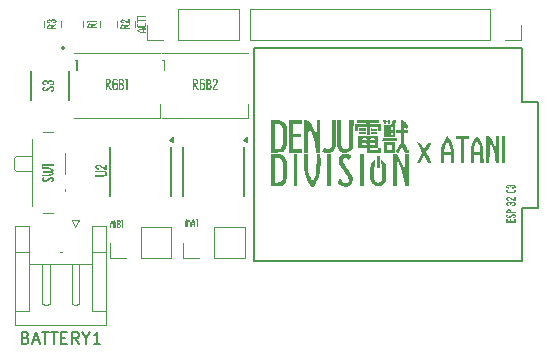
<source format=gbr>
%TF.GenerationSoftware,KiCad,Pcbnew,8.0.1*%
%TF.CreationDate,2024-05-27T16:44:31-06:00*%
%TF.ProjectId,KETSINI,4b455453-494e-4492-9e6b-696361645f70,rev?*%
%TF.SameCoordinates,Original*%
%TF.FileFunction,Legend,Top*%
%TF.FilePolarity,Positive*%
%FSLAX46Y46*%
G04 Gerber Fmt 4.6, Leading zero omitted, Abs format (unit mm)*
G04 Created by KiCad (PCBNEW 8.0.1) date 2024-05-27 16:44:31*
%MOMM*%
%LPD*%
G01*
G04 APERTURE LIST*
%ADD10C,0.100000*%
%ADD11C,0.150000*%
%ADD12C,0.175000*%
%ADD13C,0.200000*%
%ADD14C,0.160000*%
%ADD15C,0.120000*%
%ADD16C,0.127000*%
%ADD17C,0.000000*%
G04 APERTURE END LIST*
D10*
G36*
X158808736Y-103670951D02*
G01*
X158805135Y-103720568D01*
X158792853Y-103768810D01*
X158771856Y-103810414D01*
X158738047Y-103850519D01*
X158696254Y-103884688D01*
X158654375Y-103910798D01*
X158501235Y-103831907D01*
X158552312Y-103813055D01*
X158598461Y-103791444D01*
X158641360Y-103761969D01*
X158648757Y-103754482D01*
X158675502Y-103711862D01*
X158684417Y-103664112D01*
X158673566Y-103616127D01*
X158663412Y-103600854D01*
X158619858Y-103576435D01*
X158603817Y-103575208D01*
X158553109Y-103585351D01*
X158506128Y-103608071D01*
X158484870Y-103621370D01*
X158288743Y-103758634D01*
X158171018Y-103841189D01*
X158124133Y-103866775D01*
X158074823Y-103881740D01*
X158027892Y-103886129D01*
X157978571Y-103880987D01*
X157929151Y-103864064D01*
X157919692Y-103859262D01*
X157879454Y-103831032D01*
X157846790Y-103793359D01*
X157838848Y-103780861D01*
X157819081Y-103736046D01*
X157809391Y-103685345D01*
X157808318Y-103659960D01*
X157813096Y-103605922D01*
X157827430Y-103558111D01*
X157854978Y-103511769D01*
X157884766Y-103481175D01*
X158029357Y-103557378D01*
X157982603Y-103580253D01*
X157946239Y-103616607D01*
X157932637Y-103666799D01*
X157945140Y-103715205D01*
X157954863Y-103727127D01*
X157999204Y-103747865D01*
X158011772Y-103748620D01*
X158060945Y-103738698D01*
X158091639Y-103723219D01*
X158137284Y-103693999D01*
X158183658Y-103662403D01*
X158230979Y-103629144D01*
X158275752Y-103597073D01*
X158325380Y-103561042D01*
X158367420Y-103529746D01*
X158408527Y-103500377D01*
X158412330Y-103497783D01*
X158456355Y-103473420D01*
X158506029Y-103454332D01*
X158555857Y-103444053D01*
X158589162Y-103442096D01*
X158639701Y-103446926D01*
X158690009Y-103463622D01*
X158734164Y-103492244D01*
X158746210Y-103503156D01*
X158779183Y-103545675D01*
X158798417Y-103591650D01*
X158807759Y-103644928D01*
X158808736Y-103670951D01*
G37*
G36*
X158113377Y-102960449D02*
G01*
X158162641Y-102965007D01*
X158209269Y-102981379D01*
X158249390Y-103014030D01*
X158274089Y-103055704D01*
X158300536Y-103012980D01*
X158328311Y-102990002D01*
X158374890Y-102968790D01*
X158425416Y-102960911D01*
X158442861Y-102960449D01*
X158585254Y-102960449D01*
X158636484Y-102966616D01*
X158684845Y-102983600D01*
X158688080Y-102985117D01*
X158730068Y-103011050D01*
X158765418Y-103045678D01*
X158774298Y-103057169D01*
X158797840Y-103101688D01*
X158808198Y-103152752D01*
X158808736Y-103168544D01*
X158804111Y-103221254D01*
X158787850Y-103271102D01*
X158756051Y-103314751D01*
X158734731Y-103331942D01*
X158690069Y-103356146D01*
X158639342Y-103372428D01*
X158589157Y-103380252D01*
X158548374Y-103382012D01*
X158454340Y-103382012D01*
X158454340Y-103254517D01*
X158562540Y-103254517D01*
X158611999Y-103249144D01*
X158650956Y-103233024D01*
X158681770Y-103193926D01*
X158684417Y-103174161D01*
X158667721Y-103126464D01*
X158657062Y-103115299D01*
X158611021Y-103093260D01*
X158584521Y-103090874D01*
X158456538Y-103090874D01*
X158407236Y-103096816D01*
X158376182Y-103107727D01*
X158342683Y-103144984D01*
X158339057Y-103171230D01*
X158339057Y-103254761D01*
X158214738Y-103254761D01*
X158214738Y-103168544D01*
X158197839Y-103122657D01*
X158184696Y-103111391D01*
X158138080Y-103093760D01*
X158101409Y-103090874D01*
X158027892Y-103090874D01*
X157978945Y-103101393D01*
X157959016Y-103115299D01*
X157934286Y-103157568D01*
X157932637Y-103174161D01*
X157950360Y-103221514D01*
X157964145Y-103233268D01*
X158011810Y-103251529D01*
X158048653Y-103254517D01*
X158142686Y-103254517D01*
X158142686Y-103329988D01*
X158046699Y-103382012D01*
X157992942Y-103377111D01*
X157944054Y-103364057D01*
X157900034Y-103342850D01*
X157877683Y-103327546D01*
X157841103Y-103289793D01*
X157818072Y-103242786D01*
X157808927Y-103192567D01*
X157808318Y-103174161D01*
X157813332Y-103122183D01*
X157830083Y-103074246D01*
X157843977Y-103052040D01*
X157877957Y-103014987D01*
X157921005Y-102986494D01*
X157930439Y-102982186D01*
X157977705Y-102966584D01*
X158026821Y-102960470D01*
X158029846Y-102960449D01*
X158113377Y-102960449D01*
G37*
D11*
G36*
X170773727Y-102817771D02*
G01*
X170823584Y-102827343D01*
X170873722Y-102846097D01*
X170916564Y-102873185D01*
X170926134Y-102881259D01*
X170958939Y-102918033D01*
X170982371Y-102961920D01*
X170996430Y-103012921D01*
X171001044Y-103063382D01*
X171001117Y-103071036D01*
X170997118Y-103121321D01*
X170983293Y-103171076D01*
X170959594Y-103214391D01*
X170950559Y-103226130D01*
X170915296Y-103260658D01*
X170872401Y-103288221D01*
X170827269Y-103307073D01*
X170810852Y-103312103D01*
X171059979Y-103768105D01*
X170929798Y-103768105D01*
X170667970Y-103287435D01*
X170667970Y-103768105D01*
X170553175Y-103768105D01*
X170553175Y-102923269D01*
X170667970Y-102923269D01*
X170667970Y-103224176D01*
X170725367Y-103224176D01*
X170775989Y-103218009D01*
X170821670Y-103197572D01*
X170835764Y-103186807D01*
X170865484Y-103145200D01*
X170877711Y-103095695D01*
X170879240Y-103066151D01*
X170872669Y-103016691D01*
X170848759Y-102971343D01*
X170839428Y-102961371D01*
X170797206Y-102935325D01*
X170749259Y-102924608D01*
X170721215Y-102923269D01*
X170667970Y-102923269D01*
X170553175Y-102923269D01*
X170553175Y-102814581D01*
X170718284Y-102814581D01*
X170773727Y-102817771D01*
G37*
G36*
X171585590Y-103768105D02*
G01*
X171522575Y-103768105D01*
X171476413Y-103684330D01*
X171449558Y-103728365D01*
X171420482Y-103757602D01*
X171374629Y-103780061D01*
X171343545Y-103783736D01*
X171291922Y-103778250D01*
X171245863Y-103761789D01*
X171205369Y-103734355D01*
X171185276Y-103714371D01*
X171155523Y-103668493D01*
X171137251Y-103616423D01*
X171127574Y-103562147D01*
X171123967Y-103509150D01*
X171123727Y-103490157D01*
X171123727Y-103102055D01*
X171126114Y-103052810D01*
X171134933Y-103000068D01*
X171150250Y-102952399D01*
X171175712Y-102904130D01*
X171191626Y-102882480D01*
X171228507Y-102845935D01*
X171271249Y-102819832D01*
X171319854Y-102804170D01*
X171374320Y-102798949D01*
X171424372Y-102803383D01*
X171473045Y-102818076D01*
X171489114Y-102825816D01*
X171530487Y-102852453D01*
X171563364Y-102886144D01*
X171497418Y-103007533D01*
X171475831Y-102959243D01*
X171439882Y-102924124D01*
X171391339Y-102908515D01*
X171374320Y-102907637D01*
X171323416Y-102917268D01*
X171283546Y-102946159D01*
X171274180Y-102957951D01*
X171251092Y-103005523D01*
X171240750Y-103056229D01*
X171238521Y-103099124D01*
X171238521Y-103479410D01*
X171240897Y-103533003D01*
X171249112Y-103581947D01*
X171268563Y-103628886D01*
X171305528Y-103662020D01*
X171355911Y-103674643D01*
X171368702Y-103675048D01*
X171416832Y-103660272D01*
X171433671Y-103643785D01*
X171458486Y-103600036D01*
X171473727Y-103554148D01*
X171473727Y-103330422D01*
X171364550Y-103330422D01*
X171307153Y-103221734D01*
X171585590Y-103221734D01*
X171585590Y-103768105D01*
G37*
G36*
X171861908Y-102816495D02*
G01*
X171916176Y-102823845D01*
X171969721Y-102839388D01*
X172018035Y-102866338D01*
X172045255Y-102892983D01*
X172072610Y-102933634D01*
X172094043Y-102982833D01*
X172105583Y-103035704D01*
X172107781Y-103072990D01*
X172102114Y-103126654D01*
X172085112Y-103173156D01*
X172050952Y-103218358D01*
X172009392Y-103249344D01*
X171956498Y-103273169D01*
X171946581Y-103276444D01*
X171985904Y-103288900D01*
X172031642Y-103314466D01*
X172070305Y-103349030D01*
X172092150Y-103377072D01*
X172115372Y-103420689D01*
X172128955Y-103468923D01*
X172132938Y-103516779D01*
X172129280Y-103569783D01*
X172116141Y-103622517D01*
X172093445Y-103666885D01*
X172056490Y-103706800D01*
X172015534Y-103733621D01*
X171968868Y-103752779D01*
X171916493Y-103764273D01*
X171865982Y-103768045D01*
X171858409Y-103768105D01*
X171683531Y-103768105D01*
X171683531Y-103330422D01*
X171798325Y-103330422D01*
X171798325Y-103659417D01*
X171850105Y-103659417D01*
X171899850Y-103655089D01*
X171948423Y-103639101D01*
X171966120Y-103628642D01*
X171998378Y-103588092D01*
X172009964Y-103538804D01*
X172011061Y-103513848D01*
X172007564Y-103462472D01*
X171993792Y-103412010D01*
X171966853Y-103372431D01*
X171923149Y-103343714D01*
X171873190Y-103331447D01*
X171851570Y-103330422D01*
X171798325Y-103330422D01*
X171683531Y-103330422D01*
X171683531Y-102923269D01*
X171798325Y-102923269D01*
X171798325Y-103221734D01*
X171817865Y-103221734D01*
X171867126Y-103218940D01*
X171915779Y-103207591D01*
X171957561Y-103179787D01*
X171959770Y-103177037D01*
X171983312Y-103134114D01*
X171993670Y-103083992D01*
X171994208Y-103068349D01*
X171985139Y-103016951D01*
X171957930Y-102972207D01*
X171952931Y-102966744D01*
X171910042Y-102938596D01*
X171859142Y-102925986D01*
X171813713Y-102923269D01*
X171798325Y-102923269D01*
X171683531Y-102923269D01*
X171683531Y-102814581D01*
X171810782Y-102814581D01*
X171861908Y-102816495D01*
G37*
G36*
X172647558Y-103659417D02*
G01*
X172647558Y-103768105D01*
X172213538Y-103768105D01*
X172215923Y-103716699D01*
X172223079Y-103667202D01*
X172235005Y-103619613D01*
X172237963Y-103610324D01*
X172256134Y-103561090D01*
X172276730Y-103515147D01*
X172297558Y-103476235D01*
X172324364Y-103432272D01*
X172353292Y-103387698D01*
X172383038Y-103343828D01*
X172390126Y-103333597D01*
X172420122Y-103289427D01*
X172449882Y-103243040D01*
X172474818Y-103201019D01*
X172497104Y-103158963D01*
X172516711Y-103109958D01*
X172528179Y-103058990D01*
X172531543Y-103010952D01*
X172520919Y-102961735D01*
X172506874Y-102939145D01*
X172466364Y-102910714D01*
X172443371Y-102907637D01*
X172395286Y-102922235D01*
X172375960Y-102945006D01*
X172358975Y-102991100D01*
X172354955Y-103032934D01*
X172354955Y-103120129D01*
X172289254Y-103120129D01*
X172240161Y-103030003D01*
X172244849Y-102979355D01*
X172259122Y-102927701D01*
X172282936Y-102880913D01*
X172291940Y-102867826D01*
X172328453Y-102831504D01*
X172374792Y-102808635D01*
X172424899Y-102799555D01*
X172443371Y-102798949D01*
X172494712Y-102805389D01*
X172541116Y-102824709D01*
X172546930Y-102828258D01*
X172585913Y-102860190D01*
X172616310Y-102901030D01*
X172619714Y-102907149D01*
X172637913Y-102952543D01*
X172645921Y-103001957D01*
X172646337Y-103016814D01*
X172643168Y-103070669D01*
X172633663Y-103122052D01*
X172617820Y-103170962D01*
X172606281Y-103197065D01*
X172580834Y-103245818D01*
X172553090Y-103293274D01*
X172524856Y-103337978D01*
X172497717Y-103378659D01*
X172488067Y-103392704D01*
X172459613Y-103434118D01*
X172431689Y-103476367D01*
X172405738Y-103517916D01*
X172394767Y-103536563D01*
X172372281Y-103580629D01*
X172353917Y-103627100D01*
X172343964Y-103659417D01*
X172647558Y-103659417D01*
G37*
G36*
X168180844Y-101214581D02*
G01*
X168180844Y-102168105D01*
X168066050Y-102168105D01*
X168066050Y-101323269D01*
X168024040Y-101323269D01*
X167963956Y-101214581D01*
X168180844Y-101214581D01*
G37*
D12*
G36*
X169840928Y-115066682D02*
G01*
X169842381Y-115031967D01*
X169846739Y-114997920D01*
X169854888Y-114961240D01*
X169855803Y-114957945D01*
X169866837Y-114922712D01*
X169879487Y-114889419D01*
X169892390Y-114860834D01*
X169909234Y-114827388D01*
X169925689Y-114795906D01*
X169942338Y-114764811D01*
X169951375Y-114748165D01*
X169989159Y-114679264D01*
X170027286Y-114679264D01*
X170098409Y-114821169D01*
X170102170Y-114851944D01*
X170106274Y-114822024D01*
X170177226Y-114679264D01*
X170214156Y-114679264D01*
X170225953Y-114699952D01*
X170238263Y-114721836D01*
X170257003Y-114755262D01*
X170273732Y-114785677D01*
X170290385Y-114816751D01*
X170307505Y-114850063D01*
X170323146Y-114884075D01*
X170335541Y-114916292D01*
X170346200Y-114949745D01*
X170347170Y-114953158D01*
X170355285Y-114987680D01*
X170360394Y-115023069D01*
X170362498Y-115059327D01*
X170362558Y-115066682D01*
X170362558Y-115368444D01*
X170271260Y-115368444D01*
X170271260Y-115064289D01*
X170268940Y-115027163D01*
X170261979Y-114988234D01*
X170252634Y-114954415D01*
X170240067Y-114919345D01*
X170224277Y-114883022D01*
X170205265Y-114845447D01*
X170195862Y-114820657D01*
X170191246Y-114837412D01*
X170175323Y-114868626D01*
X170161017Y-114899705D01*
X170156368Y-114911613D01*
X170149022Y-114945099D01*
X170147819Y-114968204D01*
X170147819Y-115348954D01*
X170056521Y-115348954D01*
X170056521Y-114976410D01*
X170053689Y-114941623D01*
X170048486Y-114921016D01*
X170034902Y-114889195D01*
X170018053Y-114857415D01*
X170009334Y-114828008D01*
X169999247Y-114857586D01*
X169979939Y-114894249D01*
X169963904Y-114929651D01*
X169951141Y-114963792D01*
X169941651Y-114996673D01*
X169934582Y-115034466D01*
X169932226Y-115070444D01*
X169932226Y-115368444D01*
X169840928Y-115368444D01*
X169840928Y-115066682D01*
G37*
G36*
X170622830Y-114698616D02*
G01*
X170640291Y-114729826D01*
X170647394Y-114741839D01*
X170666438Y-114776068D01*
X170683690Y-114808614D01*
X170699152Y-114839477D01*
X170714926Y-114873356D01*
X170728263Y-114904945D01*
X170740380Y-114940496D01*
X170749035Y-114977564D01*
X170754229Y-115016150D01*
X170755933Y-115051157D01*
X170755960Y-115056253D01*
X170755960Y-115357673D01*
X170664662Y-115357673D01*
X170664662Y-115171658D01*
X170512840Y-115171658D01*
X170512840Y-115357673D01*
X170421542Y-115357673D01*
X170421542Y-115084634D01*
X170512840Y-115084634D01*
X170664662Y-115084634D01*
X170664662Y-115054543D01*
X170663363Y-115018929D01*
X170658875Y-114981990D01*
X170651182Y-114947823D01*
X170648249Y-114938113D01*
X170636070Y-114904827D01*
X170621827Y-114872586D01*
X170604472Y-114838181D01*
X170595761Y-114822195D01*
X170590632Y-114812450D01*
X170589435Y-114800824D01*
X170588409Y-114809885D01*
X170581912Y-114822024D01*
X170564751Y-114854209D01*
X170548561Y-114888476D01*
X170535672Y-114920687D01*
X170528912Y-114941019D01*
X170520437Y-114974879D01*
X170515100Y-115010209D01*
X170512903Y-115047007D01*
X170512840Y-115054543D01*
X170512840Y-115084634D01*
X170421542Y-115084634D01*
X170421542Y-115056253D01*
X170422995Y-115019972D01*
X170427353Y-114984860D01*
X170434616Y-114950916D01*
X170436417Y-114944268D01*
X170447390Y-114908961D01*
X170459859Y-114875917D01*
X170472491Y-114847841D01*
X170488942Y-114815544D01*
X170506947Y-114782152D01*
X170525636Y-114748815D01*
X170530108Y-114740984D01*
X170547120Y-114711107D01*
X170564254Y-114680229D01*
X170570799Y-114668322D01*
X170606874Y-114668322D01*
X170622830Y-114698616D01*
G37*
G36*
X170954798Y-114679264D02*
G01*
X170954798Y-115357673D01*
X170863500Y-115357673D01*
X170863500Y-114766288D01*
X170836316Y-114766288D01*
X170788273Y-114679264D01*
X170954798Y-114679264D01*
G37*
G36*
X163547425Y-115166682D02*
G01*
X163548878Y-115131967D01*
X163553236Y-115097920D01*
X163561385Y-115061240D01*
X163562300Y-115057945D01*
X163573334Y-115022712D01*
X163585984Y-114989419D01*
X163598887Y-114960834D01*
X163615731Y-114927388D01*
X163632186Y-114895906D01*
X163648835Y-114864811D01*
X163657872Y-114848165D01*
X163695656Y-114779264D01*
X163733783Y-114779264D01*
X163804906Y-114921169D01*
X163808667Y-114951944D01*
X163812771Y-114922024D01*
X163883723Y-114779264D01*
X163920653Y-114779264D01*
X163932450Y-114799952D01*
X163944760Y-114821836D01*
X163963500Y-114855262D01*
X163980229Y-114885677D01*
X163996882Y-114916751D01*
X164014002Y-114950063D01*
X164029643Y-114984075D01*
X164042038Y-115016292D01*
X164052697Y-115049745D01*
X164053667Y-115053158D01*
X164061782Y-115087680D01*
X164066891Y-115123069D01*
X164068995Y-115159327D01*
X164069055Y-115166682D01*
X164069055Y-115468444D01*
X163977757Y-115468444D01*
X163977757Y-115164289D01*
X163975437Y-115127163D01*
X163968476Y-115088234D01*
X163959131Y-115054415D01*
X163946564Y-115019345D01*
X163930774Y-114983022D01*
X163911762Y-114945447D01*
X163902359Y-114920657D01*
X163897743Y-114937412D01*
X163881820Y-114968626D01*
X163867514Y-114999705D01*
X163862865Y-115011613D01*
X163855519Y-115045099D01*
X163854316Y-115068204D01*
X163854316Y-115448954D01*
X163763018Y-115448954D01*
X163763018Y-115076410D01*
X163760186Y-115041623D01*
X163754983Y-115021016D01*
X163741399Y-114989195D01*
X163724550Y-114957415D01*
X163715831Y-114928008D01*
X163705744Y-114957586D01*
X163686436Y-114994249D01*
X163670401Y-115029651D01*
X163657638Y-115063792D01*
X163648148Y-115096673D01*
X163641079Y-115134466D01*
X163638723Y-115170444D01*
X163638723Y-115468444D01*
X163547425Y-115468444D01*
X163547425Y-115166682D01*
G37*
G36*
X164261202Y-114780650D02*
G01*
X164300055Y-114785972D01*
X164333426Y-114795284D01*
X164365431Y-114811193D01*
X164392872Y-114836026D01*
X164412619Y-114865348D01*
X164426724Y-114896721D01*
X164435187Y-114930145D01*
X164438008Y-114965622D01*
X164434366Y-115004360D01*
X164423438Y-115037485D01*
X164401482Y-115069035D01*
X164369611Y-115092944D01*
X164334400Y-115107356D01*
X164349446Y-115111801D01*
X164379883Y-115128418D01*
X164406079Y-115150531D01*
X164426211Y-115175402D01*
X164442953Y-115206914D01*
X164452746Y-115241739D01*
X164455618Y-115276274D01*
X164452975Y-115314442D01*
X164445048Y-115348011D01*
X164429516Y-115380747D01*
X164407082Y-115407477D01*
X164400395Y-115413221D01*
X164370785Y-115432669D01*
X164337178Y-115446560D01*
X164299576Y-115454895D01*
X164263395Y-115457630D01*
X164257977Y-115457673D01*
X164130091Y-115457673D01*
X164130091Y-115151295D01*
X164221389Y-115151295D01*
X164221389Y-115370650D01*
X164252164Y-115370650D01*
X164288233Y-115367320D01*
X164322138Y-115355203D01*
X164329784Y-115350475D01*
X164351014Y-115323587D01*
X164358900Y-115287644D01*
X164359362Y-115274222D01*
X164357049Y-115239538D01*
X164347942Y-115205594D01*
X164330126Y-115179163D01*
X164301010Y-115160113D01*
X164267645Y-115151975D01*
X164253189Y-115151295D01*
X164221389Y-115151295D01*
X164130091Y-115151295D01*
X164130091Y-114866288D01*
X164221389Y-114866288D01*
X164221389Y-115064271D01*
X164229596Y-115064271D01*
X164266506Y-115061932D01*
X164300855Y-115052717D01*
X164324826Y-115034693D01*
X164341147Y-115004072D01*
X164347365Y-114970272D01*
X164347565Y-114962373D01*
X164341554Y-114928328D01*
X164323522Y-114898640D01*
X164320210Y-114895011D01*
X164288845Y-114875376D01*
X164253779Y-114867662D01*
X164226689Y-114866288D01*
X164221389Y-114866288D01*
X164130091Y-114866288D01*
X164130091Y-114779264D01*
X164224637Y-114779264D01*
X164261202Y-114780650D01*
G37*
G36*
X164648301Y-114779264D02*
G01*
X164648301Y-115457673D01*
X164557003Y-115457673D01*
X164557003Y-114866288D01*
X164529819Y-114866288D01*
X164481776Y-114779264D01*
X164648301Y-114779264D01*
G37*
D13*
G36*
X163283736Y-110854988D02*
G01*
X163279234Y-110904398D01*
X163264053Y-110953033D01*
X163245635Y-110985902D01*
X163213211Y-111023993D01*
X163173094Y-111054733D01*
X163142076Y-111071143D01*
X163095117Y-111087969D01*
X163044579Y-111097810D01*
X162995530Y-111100697D01*
X162298949Y-111100697D01*
X162298949Y-110970271D01*
X162999682Y-110970271D01*
X163048718Y-110966115D01*
X163096983Y-110950761D01*
X163114720Y-110940717D01*
X163148243Y-110904386D01*
X163159417Y-110854988D01*
X163148243Y-110805468D01*
X163114720Y-110769259D01*
X163067061Y-110747871D01*
X163016813Y-110739927D01*
X162999682Y-110739461D01*
X162298949Y-110739461D01*
X162298949Y-110609036D01*
X162995530Y-110609036D01*
X163048696Y-110612250D01*
X163097491Y-110621892D01*
X163147904Y-110640783D01*
X163192608Y-110668069D01*
X163202892Y-110676202D01*
X163238261Y-110712564D01*
X163263525Y-110754482D01*
X163278684Y-110801957D01*
X163283736Y-110854988D01*
G37*
G36*
X163143785Y-110082937D02*
G01*
X163268105Y-110082937D01*
X163268105Y-110532588D01*
X163217308Y-110530617D01*
X163164176Y-110523805D01*
X163114526Y-110512127D01*
X163100310Y-110507675D01*
X163050462Y-110489335D01*
X163004020Y-110468571D01*
X162964755Y-110447591D01*
X162920486Y-110420617D01*
X162875682Y-110391537D01*
X162831648Y-110361653D01*
X162821385Y-110354535D01*
X162777463Y-110324752D01*
X162731447Y-110295237D01*
X162685006Y-110267798D01*
X162648461Y-110248533D01*
X162600214Y-110229204D01*
X162550177Y-110217899D01*
X162503136Y-110214584D01*
X162455353Y-110225320D01*
X162436458Y-110237298D01*
X162409439Y-110278148D01*
X162407637Y-110294939D01*
X162423915Y-110341862D01*
X162442076Y-110356244D01*
X162490543Y-110372826D01*
X162525118Y-110375540D01*
X162620129Y-110375540D01*
X162620129Y-110453697D01*
X162524141Y-110505965D01*
X162471037Y-110501122D01*
X162422183Y-110488242D01*
X162377580Y-110467325D01*
X162354637Y-110452232D01*
X162317027Y-110414307D01*
X162293347Y-110366174D01*
X162283945Y-110314126D01*
X162283318Y-110294939D01*
X162289161Y-110245038D01*
X162308392Y-110196552D01*
X162313848Y-110187473D01*
X162344416Y-110149298D01*
X162383118Y-110118978D01*
X162395669Y-110111757D01*
X162442606Y-110092890D01*
X162493657Y-110084589D01*
X162508998Y-110084158D01*
X162557816Y-110086692D01*
X162610328Y-110095601D01*
X162660289Y-110110923D01*
X162692180Y-110124702D01*
X162735732Y-110147264D01*
X162783100Y-110174650D01*
X162827677Y-110202569D01*
X162875176Y-110234182D01*
X162889284Y-110243893D01*
X162930546Y-110272210D01*
X162972550Y-110299942D01*
X163017538Y-110327908D01*
X163032166Y-110336461D01*
X163077924Y-110359992D01*
X163126570Y-110378932D01*
X163143785Y-110384088D01*
X163143785Y-110082937D01*
G37*
G36*
X165194484Y-98292029D02*
G01*
X164828315Y-98491527D01*
X165194484Y-98491527D01*
X165194484Y-98595868D01*
X164419159Y-98595868D01*
X164419159Y-98491527D01*
X164518615Y-98491527D01*
X164746836Y-98491527D01*
X164746836Y-98451862D01*
X164741413Y-98410487D01*
X164723567Y-98374126D01*
X164718503Y-98367842D01*
X164684214Y-98344281D01*
X164645654Y-98335818D01*
X164626668Y-98335016D01*
X164586576Y-98340776D01*
X164551014Y-98361463D01*
X164547338Y-98365107D01*
X164526721Y-98399788D01*
X164519064Y-98440612D01*
X164518615Y-98455184D01*
X164518615Y-98491527D01*
X164419159Y-98491527D01*
X164419159Y-98457528D01*
X164421096Y-98418371D01*
X164428253Y-98376872D01*
X164442889Y-98334963D01*
X164464413Y-98298940D01*
X164474260Y-98286949D01*
X164504620Y-98259850D01*
X164540792Y-98240494D01*
X164582778Y-98228880D01*
X164624283Y-98225070D01*
X164630576Y-98225009D01*
X164672062Y-98228317D01*
X164713117Y-98239750D01*
X164748868Y-98259351D01*
X164758559Y-98266824D01*
X164786853Y-98295202D01*
X164808965Y-98328312D01*
X164824894Y-98366154D01*
X164827338Y-98374290D01*
X165194484Y-98173621D01*
X165194484Y-98292029D01*
G37*
G36*
X165095028Y-97791039D02*
G01*
X165194484Y-97791039D01*
X165194484Y-98150759D01*
X165153847Y-98149183D01*
X165111341Y-98143733D01*
X165071621Y-98134391D01*
X165060248Y-98130829D01*
X165020370Y-98116157D01*
X164983216Y-98099546D01*
X164951804Y-98082762D01*
X164916388Y-98061183D01*
X164880546Y-98037919D01*
X164845318Y-98014012D01*
X164837108Y-98008317D01*
X164801971Y-97984491D01*
X164765157Y-97960879D01*
X164728004Y-97938928D01*
X164698769Y-97923516D01*
X164660171Y-97908053D01*
X164620141Y-97899008D01*
X164582509Y-97896356D01*
X164544283Y-97904945D01*
X164529166Y-97914528D01*
X164507551Y-97947207D01*
X164506110Y-97960641D01*
X164519132Y-97998179D01*
X164533660Y-98009685D01*
X164572434Y-98022950D01*
X164600094Y-98025121D01*
X164676103Y-98025121D01*
X164676103Y-98087647D01*
X164599313Y-98129461D01*
X164556829Y-98125587D01*
X164517746Y-98115283D01*
X164482064Y-98098549D01*
X164463709Y-98086475D01*
X164433622Y-98056135D01*
X164414677Y-98017629D01*
X164407156Y-97975990D01*
X164406654Y-97960641D01*
X164411329Y-97920719D01*
X164426713Y-97881930D01*
X164431078Y-97874667D01*
X164455532Y-97844128D01*
X164486494Y-97819871D01*
X164496535Y-97814095D01*
X164534085Y-97799002D01*
X164574925Y-97792360D01*
X164587198Y-97792015D01*
X164626253Y-97794043D01*
X164668262Y-97801170D01*
X164708231Y-97813428D01*
X164733744Y-97824451D01*
X164768585Y-97842500D01*
X164806480Y-97864409D01*
X164842142Y-97886745D01*
X164880141Y-97912035D01*
X164891427Y-97919803D01*
X164924437Y-97942457D01*
X164958040Y-97964643D01*
X164994031Y-97987016D01*
X165005733Y-97993858D01*
X165042339Y-98012683D01*
X165081256Y-98027835D01*
X165095028Y-98031960D01*
X165095028Y-97791039D01*
G37*
D14*
G36*
X162394484Y-98204102D02*
G01*
X162028315Y-98403600D01*
X162394484Y-98403600D01*
X162394484Y-98507941D01*
X161619159Y-98507941D01*
X161619159Y-98403600D01*
X161718615Y-98403600D01*
X161946836Y-98403600D01*
X161946836Y-98363935D01*
X161941413Y-98322560D01*
X161923567Y-98286199D01*
X161918503Y-98279915D01*
X161884214Y-98256354D01*
X161845654Y-98247891D01*
X161826668Y-98247089D01*
X161786576Y-98252849D01*
X161751014Y-98273536D01*
X161747338Y-98277180D01*
X161726721Y-98311861D01*
X161719064Y-98352685D01*
X161718615Y-98367257D01*
X161718615Y-98403600D01*
X161619159Y-98403600D01*
X161619159Y-98369601D01*
X161621096Y-98330444D01*
X161628253Y-98288945D01*
X161642889Y-98247036D01*
X161664413Y-98211013D01*
X161674260Y-98199022D01*
X161704620Y-98171923D01*
X161740792Y-98152567D01*
X161782778Y-98140953D01*
X161824283Y-98137143D01*
X161830576Y-98137082D01*
X161872062Y-98140390D01*
X161913117Y-98151823D01*
X161948868Y-98171424D01*
X161958559Y-98178897D01*
X161986853Y-98207275D01*
X162008965Y-98240385D01*
X162024894Y-98278227D01*
X162027338Y-98286363D01*
X162394484Y-98085694D01*
X162394484Y-98204102D01*
G37*
G36*
X161619159Y-97894598D02*
G01*
X162394484Y-97894598D01*
X162394484Y-97998938D01*
X161718615Y-97998938D01*
X161718615Y-98030006D01*
X161619159Y-98084912D01*
X161619159Y-97894598D01*
G37*
D13*
G36*
X158783736Y-111357605D02*
G01*
X158780135Y-111407222D01*
X158767853Y-111455464D01*
X158746856Y-111497068D01*
X158713047Y-111537173D01*
X158671254Y-111571342D01*
X158629375Y-111597452D01*
X158476235Y-111518561D01*
X158527312Y-111499709D01*
X158573461Y-111478098D01*
X158616360Y-111448623D01*
X158623757Y-111441136D01*
X158650502Y-111398516D01*
X158659417Y-111350766D01*
X158648566Y-111302781D01*
X158638412Y-111287508D01*
X158594858Y-111263089D01*
X158578817Y-111261862D01*
X158528109Y-111272005D01*
X158481128Y-111294725D01*
X158459870Y-111308024D01*
X158263743Y-111445288D01*
X158146018Y-111527843D01*
X158099133Y-111553429D01*
X158049823Y-111568394D01*
X158002892Y-111572783D01*
X157953571Y-111567641D01*
X157904151Y-111550718D01*
X157894692Y-111545916D01*
X157854454Y-111517686D01*
X157821790Y-111480013D01*
X157813848Y-111467515D01*
X157794081Y-111422700D01*
X157784391Y-111371999D01*
X157783318Y-111346614D01*
X157788096Y-111292576D01*
X157802430Y-111244765D01*
X157829978Y-111198423D01*
X157859766Y-111167829D01*
X158004357Y-111244032D01*
X157957603Y-111266907D01*
X157921239Y-111303261D01*
X157907637Y-111353453D01*
X157920140Y-111401859D01*
X157929863Y-111413781D01*
X157974204Y-111434519D01*
X157986772Y-111435274D01*
X158035945Y-111425352D01*
X158066639Y-111409873D01*
X158112284Y-111380653D01*
X158158658Y-111349057D01*
X158205979Y-111315798D01*
X158250752Y-111283727D01*
X158300380Y-111247696D01*
X158342420Y-111216400D01*
X158383527Y-111187031D01*
X158387330Y-111184437D01*
X158431355Y-111160074D01*
X158481029Y-111140986D01*
X158530857Y-111130707D01*
X158564162Y-111128750D01*
X158614701Y-111133580D01*
X158665009Y-111150276D01*
X158709164Y-111178898D01*
X158721210Y-111189810D01*
X158754183Y-111232329D01*
X158773417Y-111278304D01*
X158782759Y-111331582D01*
X158783736Y-111357605D01*
G37*
G36*
X158783492Y-110859838D02*
G01*
X158685062Y-110913816D01*
X158638565Y-110938958D01*
X158591291Y-110963994D01*
X158545018Y-110987779D01*
X158524351Y-110998080D01*
X158479168Y-111018251D01*
X158431272Y-111036113D01*
X158385376Y-111050348D01*
X158333081Y-111062446D01*
X158284537Y-111069086D01*
X158235040Y-111071576D01*
X158230038Y-111071597D01*
X157798949Y-111071597D01*
X157798949Y-110941171D01*
X158233213Y-110941171D01*
X158285835Y-110937805D01*
X158341119Y-110927707D01*
X158389222Y-110914150D01*
X158439174Y-110895918D01*
X158490974Y-110873010D01*
X158544623Y-110845428D01*
X158588831Y-110831262D01*
X158544623Y-110818561D01*
X158499485Y-110796109D01*
X158453962Y-110776844D01*
X158449612Y-110775330D01*
X158400104Y-110764992D01*
X158370478Y-110763607D01*
X157826549Y-110763607D01*
X157826549Y-110633181D01*
X158370478Y-110633181D01*
X158419808Y-110629317D01*
X158452299Y-110620969D01*
X158498848Y-110600703D01*
X158544323Y-110577931D01*
X158557323Y-110571143D01*
X158581259Y-110564549D01*
X158545844Y-110551115D01*
X158492165Y-110523955D01*
X158440276Y-110501399D01*
X158390175Y-110483445D01*
X158341863Y-110470095D01*
X158286250Y-110460152D01*
X158233213Y-110456838D01*
X157798949Y-110456838D01*
X157798949Y-110326412D01*
X158230038Y-110326412D01*
X158282106Y-110328559D01*
X158332982Y-110334999D01*
X158382666Y-110345732D01*
X158392459Y-110348394D01*
X158440297Y-110363373D01*
X158486417Y-110380832D01*
X158535165Y-110402903D01*
X158539494Y-110405058D01*
X158587083Y-110429516D01*
X158631474Y-110453307D01*
X158674924Y-110477204D01*
X158722676Y-110503976D01*
X158753939Y-110521562D01*
X158783492Y-110538415D01*
X158783492Y-110590927D01*
X158590540Y-110692532D01*
X158569535Y-110697661D01*
X158592006Y-110704011D01*
X158783492Y-110805616D01*
X158783492Y-110859838D01*
G37*
G36*
X157798949Y-110043090D02*
G01*
X158768105Y-110043090D01*
X158768105Y-110173516D01*
X157923269Y-110173516D01*
X157923269Y-110212351D01*
X157798949Y-110280983D01*
X157798949Y-110043090D01*
G37*
D14*
G36*
X158994484Y-98286558D02*
G01*
X158628315Y-98486056D01*
X158994484Y-98486056D01*
X158994484Y-98590397D01*
X158219159Y-98590397D01*
X158219159Y-98486056D01*
X158318615Y-98486056D01*
X158546836Y-98486056D01*
X158546836Y-98446391D01*
X158541413Y-98405016D01*
X158523567Y-98368655D01*
X158518503Y-98362371D01*
X158484214Y-98338810D01*
X158445654Y-98330347D01*
X158426668Y-98329545D01*
X158386576Y-98335305D01*
X158351014Y-98355992D01*
X158347338Y-98359636D01*
X158326721Y-98394317D01*
X158319064Y-98435141D01*
X158318615Y-98449713D01*
X158318615Y-98486056D01*
X158219159Y-98486056D01*
X158219159Y-98452057D01*
X158221096Y-98412900D01*
X158228253Y-98371401D01*
X158242889Y-98329492D01*
X158264413Y-98293469D01*
X158274260Y-98281478D01*
X158304620Y-98254379D01*
X158340792Y-98235023D01*
X158382778Y-98223409D01*
X158424283Y-98219599D01*
X158430576Y-98219538D01*
X158472062Y-98222846D01*
X158513117Y-98234279D01*
X158548868Y-98253880D01*
X158558559Y-98261353D01*
X158586853Y-98289731D01*
X158608965Y-98322841D01*
X158624894Y-98360683D01*
X158627338Y-98368819D01*
X158994484Y-98168150D01*
X158994484Y-98286558D01*
G37*
G36*
X158450702Y-97796705D02*
G01*
X158490113Y-97800351D01*
X158527415Y-97813449D01*
X158559512Y-97839570D01*
X158579271Y-97872909D01*
X158600428Y-97838730D01*
X158622648Y-97820348D01*
X158659912Y-97803378D01*
X158700333Y-97797074D01*
X158714288Y-97796705D01*
X158828203Y-97796705D01*
X158869187Y-97801639D01*
X158907876Y-97815226D01*
X158910464Y-97816440D01*
X158944055Y-97837186D01*
X158972334Y-97864888D01*
X158979438Y-97874081D01*
X158998272Y-97909696D01*
X159006559Y-97950547D01*
X159006989Y-97963181D01*
X159003289Y-98005349D01*
X158990280Y-98045228D01*
X158964841Y-98080147D01*
X158947785Y-98093900D01*
X158912055Y-98113263D01*
X158871473Y-98126289D01*
X158831326Y-98132547D01*
X158798699Y-98133956D01*
X158723472Y-98133956D01*
X158723472Y-98031960D01*
X158810032Y-98031960D01*
X158849599Y-98027661D01*
X158880764Y-98014765D01*
X158905416Y-97983486D01*
X158907533Y-97967675D01*
X158894176Y-97929517D01*
X158885649Y-97920585D01*
X158848817Y-97902954D01*
X158827617Y-97901046D01*
X158725230Y-97901046D01*
X158685789Y-97905799D01*
X158660946Y-97914528D01*
X158634146Y-97944333D01*
X158631246Y-97965330D01*
X158631246Y-98032155D01*
X158531790Y-98032155D01*
X158531790Y-97963181D01*
X158518271Y-97926471D01*
X158507757Y-97917459D01*
X158470464Y-97903354D01*
X158441127Y-97901046D01*
X158382314Y-97901046D01*
X158343156Y-97909460D01*
X158327212Y-97920585D01*
X158307429Y-97954400D01*
X158306110Y-97967675D01*
X158320288Y-98005557D01*
X158331316Y-98014960D01*
X158369448Y-98029569D01*
X158398922Y-98031960D01*
X158474149Y-98031960D01*
X158474149Y-98092337D01*
X158397359Y-98133956D01*
X158354353Y-98130035D01*
X158315243Y-98119592D01*
X158280027Y-98102626D01*
X158262146Y-98090383D01*
X158232883Y-98060180D01*
X158214458Y-98022575D01*
X158207142Y-97982399D01*
X158206654Y-97967675D01*
X158210666Y-97926093D01*
X158224066Y-97887743D01*
X158235182Y-97869978D01*
X158262366Y-97840336D01*
X158296804Y-97817541D01*
X158304351Y-97814095D01*
X158342164Y-97801613D01*
X158381457Y-97796722D01*
X158383877Y-97796705D01*
X158450702Y-97796705D01*
G37*
D11*
X156373809Y-124731009D02*
X156516666Y-124778628D01*
X156516666Y-124778628D02*
X156564285Y-124826247D01*
X156564285Y-124826247D02*
X156611904Y-124921485D01*
X156611904Y-124921485D02*
X156611904Y-125064342D01*
X156611904Y-125064342D02*
X156564285Y-125159580D01*
X156564285Y-125159580D02*
X156516666Y-125207200D01*
X156516666Y-125207200D02*
X156421428Y-125254819D01*
X156421428Y-125254819D02*
X156040476Y-125254819D01*
X156040476Y-125254819D02*
X156040476Y-124254819D01*
X156040476Y-124254819D02*
X156373809Y-124254819D01*
X156373809Y-124254819D02*
X156469047Y-124302438D01*
X156469047Y-124302438D02*
X156516666Y-124350057D01*
X156516666Y-124350057D02*
X156564285Y-124445295D01*
X156564285Y-124445295D02*
X156564285Y-124540533D01*
X156564285Y-124540533D02*
X156516666Y-124635771D01*
X156516666Y-124635771D02*
X156469047Y-124683390D01*
X156469047Y-124683390D02*
X156373809Y-124731009D01*
X156373809Y-124731009D02*
X156040476Y-124731009D01*
X156992857Y-124969104D02*
X157469047Y-124969104D01*
X156897619Y-125254819D02*
X157230952Y-124254819D01*
X157230952Y-124254819D02*
X157564285Y-125254819D01*
X157754762Y-124254819D02*
X158326190Y-124254819D01*
X158040476Y-125254819D02*
X158040476Y-124254819D01*
X158516667Y-124254819D02*
X159088095Y-124254819D01*
X158802381Y-125254819D02*
X158802381Y-124254819D01*
X159421429Y-124731009D02*
X159754762Y-124731009D01*
X159897619Y-125254819D02*
X159421429Y-125254819D01*
X159421429Y-125254819D02*
X159421429Y-124254819D01*
X159421429Y-124254819D02*
X159897619Y-124254819D01*
X160897619Y-125254819D02*
X160564286Y-124778628D01*
X160326191Y-125254819D02*
X160326191Y-124254819D01*
X160326191Y-124254819D02*
X160707143Y-124254819D01*
X160707143Y-124254819D02*
X160802381Y-124302438D01*
X160802381Y-124302438D02*
X160850000Y-124350057D01*
X160850000Y-124350057D02*
X160897619Y-124445295D01*
X160897619Y-124445295D02*
X160897619Y-124588152D01*
X160897619Y-124588152D02*
X160850000Y-124683390D01*
X160850000Y-124683390D02*
X160802381Y-124731009D01*
X160802381Y-124731009D02*
X160707143Y-124778628D01*
X160707143Y-124778628D02*
X160326191Y-124778628D01*
X161516667Y-124778628D02*
X161516667Y-125254819D01*
X161183334Y-124254819D02*
X161516667Y-124778628D01*
X161516667Y-124778628D02*
X161850000Y-124254819D01*
X162707143Y-125254819D02*
X162135715Y-125254819D01*
X162421429Y-125254819D02*
X162421429Y-124254819D01*
X162421429Y-124254819D02*
X162326191Y-124397676D01*
X162326191Y-124397676D02*
X162230953Y-124492914D01*
X162230953Y-124492914D02*
X162135715Y-124540533D01*
D14*
G36*
X197094159Y-114680026D02*
G01*
X197193615Y-114680026D01*
X197193615Y-114901799D01*
X197407376Y-114901799D01*
X197407376Y-114719301D01*
X197506832Y-114719301D01*
X197506832Y-114901799D01*
X197770028Y-114901799D01*
X197770028Y-114680026D01*
X197869484Y-114680026D01*
X197869484Y-115006140D01*
X197094159Y-115006140D01*
X197094159Y-114680026D01*
G37*
G36*
X197881989Y-114454932D02*
G01*
X197879108Y-114494626D01*
X197869282Y-114533219D01*
X197852484Y-114566502D01*
X197825438Y-114598587D01*
X197792003Y-114625922D01*
X197758500Y-114646809D01*
X197635988Y-114583697D01*
X197676849Y-114568615D01*
X197713769Y-114551327D01*
X197748088Y-114527747D01*
X197754006Y-114521757D01*
X197775401Y-114487661D01*
X197782533Y-114449461D01*
X197773852Y-114411073D01*
X197765729Y-114398854D01*
X197730887Y-114379319D01*
X197718053Y-114378338D01*
X197677487Y-114386452D01*
X197639903Y-114404628D01*
X197622896Y-114415267D01*
X197465995Y-114525079D01*
X197371815Y-114591122D01*
X197334306Y-114611591D01*
X197294858Y-114623564D01*
X197257314Y-114627075D01*
X197217857Y-114622961D01*
X197178321Y-114609422D01*
X197170754Y-114605581D01*
X197138563Y-114582997D01*
X197112432Y-114552858D01*
X197106078Y-114542860D01*
X197090265Y-114507008D01*
X197082513Y-114466448D01*
X197081654Y-114446140D01*
X197085476Y-114402909D01*
X197096944Y-114364660D01*
X197118982Y-114327586D01*
X197142812Y-114303111D01*
X197258486Y-114364074D01*
X197221082Y-114382374D01*
X197191991Y-114411457D01*
X197181110Y-114451611D01*
X197191112Y-114490335D01*
X197198891Y-114499873D01*
X197234363Y-114516463D01*
X197244418Y-114517068D01*
X197283756Y-114509130D01*
X197308311Y-114496747D01*
X197344827Y-114473370D01*
X197381926Y-114448093D01*
X197419783Y-114421486D01*
X197455602Y-114395829D01*
X197495304Y-114367005D01*
X197528936Y-114341968D01*
X197561822Y-114318473D01*
X197564864Y-114316398D01*
X197600084Y-114296907D01*
X197639823Y-114281637D01*
X197679686Y-114273414D01*
X197706330Y-114271848D01*
X197746761Y-114275712D01*
X197787007Y-114289069D01*
X197822331Y-114311967D01*
X197831968Y-114320696D01*
X197858346Y-114354711D01*
X197873734Y-114391491D01*
X197881207Y-114434114D01*
X197881989Y-114454932D01*
G37*
G36*
X197349423Y-113855961D02*
G01*
X197387516Y-113865077D01*
X197425440Y-113882938D01*
X197457381Y-113908736D01*
X197464431Y-113916426D01*
X197488453Y-113951926D01*
X197503841Y-113989140D01*
X197513975Y-114032095D01*
X197518479Y-114073483D01*
X197519337Y-114103418D01*
X197519337Y-114119440D01*
X197869484Y-114119440D01*
X197869484Y-114223781D01*
X197094159Y-114223781D01*
X197094159Y-114119440D01*
X197193615Y-114119440D01*
X197419882Y-114119440D01*
X197419882Y-114097752D01*
X197416676Y-114055955D01*
X197404366Y-114016681D01*
X197387055Y-113993020D01*
X197352491Y-113970580D01*
X197313724Y-113962032D01*
X197304599Y-113961757D01*
X197264989Y-113968755D01*
X197230788Y-113989750D01*
X197226637Y-113993606D01*
X197204063Y-114028580D01*
X197194776Y-114069870D01*
X197193615Y-114094430D01*
X197193615Y-114119440D01*
X197094159Y-114119440D01*
X197094159Y-114092085D01*
X197096400Y-114050778D01*
X197104148Y-114009051D01*
X197117428Y-113971712D01*
X197122491Y-113961366D01*
X197144283Y-113927342D01*
X197173638Y-113897493D01*
X197199477Y-113880082D01*
X197237368Y-113863532D01*
X197278062Y-113854620D01*
X197306748Y-113852923D01*
X197349423Y-113855961D01*
G37*
G36*
X197325702Y-113248763D02*
G01*
X197365113Y-113252410D01*
X197402415Y-113265507D01*
X197434512Y-113291628D01*
X197454271Y-113324967D01*
X197475428Y-113290788D01*
X197497648Y-113272406D01*
X197534912Y-113255436D01*
X197575333Y-113249133D01*
X197589288Y-113248763D01*
X197703203Y-113248763D01*
X197744187Y-113253697D01*
X197782876Y-113267284D01*
X197785464Y-113268498D01*
X197819055Y-113289244D01*
X197847334Y-113316947D01*
X197854438Y-113326140D01*
X197873272Y-113361755D01*
X197881559Y-113402606D01*
X197881989Y-113415239D01*
X197878289Y-113457408D01*
X197865280Y-113497286D01*
X197839841Y-113532205D01*
X197822785Y-113545958D01*
X197787055Y-113565321D01*
X197746473Y-113578347D01*
X197706326Y-113584606D01*
X197673699Y-113586014D01*
X197598472Y-113586014D01*
X197598472Y-113484018D01*
X197685032Y-113484018D01*
X197724599Y-113479719D01*
X197755764Y-113466823D01*
X197780416Y-113435545D01*
X197782533Y-113419733D01*
X197769176Y-113381575D01*
X197760649Y-113372643D01*
X197723817Y-113355012D01*
X197702617Y-113353104D01*
X197600230Y-113353104D01*
X197560789Y-113357857D01*
X197535946Y-113366586D01*
X197509146Y-113396391D01*
X197506246Y-113417389D01*
X197506246Y-113484214D01*
X197406790Y-113484214D01*
X197406790Y-113415239D01*
X197393271Y-113378530D01*
X197382757Y-113369517D01*
X197345464Y-113355412D01*
X197316127Y-113353104D01*
X197257314Y-113353104D01*
X197218156Y-113361519D01*
X197202212Y-113372643D01*
X197182429Y-113406459D01*
X197181110Y-113419733D01*
X197195288Y-113457615D01*
X197206316Y-113467019D01*
X197244448Y-113481628D01*
X197273922Y-113484018D01*
X197349149Y-113484018D01*
X197349149Y-113544395D01*
X197272359Y-113586014D01*
X197229353Y-113582093D01*
X197190243Y-113571650D01*
X197155027Y-113554685D01*
X197137146Y-113542441D01*
X197107883Y-113512239D01*
X197089458Y-113474633D01*
X197082142Y-113434458D01*
X197081654Y-113419733D01*
X197085666Y-113378151D01*
X197099066Y-113339801D01*
X197110182Y-113322036D01*
X197137366Y-113292394D01*
X197171804Y-113269600D01*
X197179351Y-113266154D01*
X197217164Y-113253671D01*
X197256457Y-113248780D01*
X197258877Y-113248763D01*
X197325702Y-113248763D01*
G37*
G36*
X197770028Y-112828080D02*
G01*
X197869484Y-112828080D01*
X197869484Y-113187800D01*
X197828847Y-113186224D01*
X197786341Y-113180774D01*
X197746621Y-113171432D01*
X197735248Y-113167870D01*
X197695370Y-113153198D01*
X197658216Y-113136587D01*
X197626804Y-113119803D01*
X197591388Y-113098224D01*
X197555546Y-113074960D01*
X197520318Y-113051053D01*
X197512108Y-113045358D01*
X197476971Y-113021532D01*
X197440157Y-112997920D01*
X197403004Y-112975969D01*
X197373769Y-112960557D01*
X197335171Y-112945094D01*
X197295141Y-112936049D01*
X197257509Y-112933397D01*
X197219283Y-112941986D01*
X197204166Y-112951569D01*
X197182551Y-112984248D01*
X197181110Y-112997682D01*
X197194132Y-113035220D01*
X197208660Y-113046726D01*
X197247434Y-113059991D01*
X197275094Y-113062162D01*
X197351103Y-113062162D01*
X197351103Y-113124688D01*
X197274313Y-113166502D01*
X197231829Y-113162628D01*
X197192746Y-113152324D01*
X197157064Y-113135590D01*
X197138709Y-113123516D01*
X197108622Y-113093176D01*
X197089677Y-113054670D01*
X197082156Y-113013031D01*
X197081654Y-112997682D01*
X197086329Y-112957760D01*
X197101713Y-112918971D01*
X197106078Y-112911708D01*
X197130532Y-112881169D01*
X197161494Y-112856912D01*
X197171535Y-112851136D01*
X197209085Y-112836043D01*
X197249925Y-112829401D01*
X197262198Y-112829057D01*
X197301253Y-112831084D01*
X197343262Y-112838211D01*
X197383231Y-112850469D01*
X197408744Y-112861492D01*
X197443585Y-112879542D01*
X197481480Y-112901450D01*
X197517142Y-112923786D01*
X197555141Y-112949076D01*
X197566427Y-112956844D01*
X197599437Y-112979498D01*
X197633040Y-113001684D01*
X197669031Y-113024057D01*
X197680733Y-113030899D01*
X197717339Y-113049724D01*
X197756256Y-113064876D01*
X197770028Y-113069001D01*
X197770028Y-112828080D01*
G37*
G36*
X197881989Y-112320054D02*
G01*
X197878941Y-112362300D01*
X197867993Y-112405177D01*
X197849082Y-112442290D01*
X197822209Y-112473638D01*
X197818290Y-112477151D01*
X197782839Y-112501344D01*
X197745908Y-112516842D01*
X197703460Y-112527048D01*
X197662686Y-112531584D01*
X197633252Y-112532448D01*
X197330391Y-112532448D01*
X197287989Y-112530401D01*
X197249296Y-112524260D01*
X197208843Y-112511921D01*
X197173439Y-112494009D01*
X197147111Y-112474220D01*
X197118474Y-112442677D01*
X197098018Y-112406468D01*
X197085745Y-112365593D01*
X197081718Y-112326002D01*
X197081654Y-112320054D01*
X197085354Y-112279596D01*
X197098363Y-112238254D01*
X197120738Y-112201333D01*
X197140859Y-112179175D01*
X197243050Y-112231932D01*
X197207785Y-112255656D01*
X197186009Y-112289385D01*
X197181110Y-112320054D01*
X197189052Y-112360217D01*
X197212880Y-112393510D01*
X197217258Y-112397431D01*
X197253400Y-112417293D01*
X197294561Y-112426190D01*
X197330586Y-112428107D01*
X197635206Y-112428107D01*
X197677649Y-112425469D01*
X197719085Y-112415339D01*
X197754334Y-112393919D01*
X197777354Y-112356776D01*
X197782533Y-112320054D01*
X197775871Y-112280788D01*
X197769637Y-112268666D01*
X197741192Y-112241539D01*
X197721180Y-112229391D01*
X197820440Y-112175853D01*
X197847026Y-112204865D01*
X197867151Y-112240402D01*
X197868898Y-112245023D01*
X197879113Y-112284591D01*
X197881989Y-112320054D01*
G37*
G36*
X197325702Y-111780962D02*
G01*
X197365113Y-111784608D01*
X197402415Y-111797706D01*
X197434512Y-111823826D01*
X197454271Y-111857165D01*
X197475428Y-111822987D01*
X197497648Y-111804604D01*
X197534912Y-111787634D01*
X197575333Y-111781331D01*
X197589288Y-111780962D01*
X197703203Y-111780962D01*
X197744187Y-111785895D01*
X197782876Y-111799482D01*
X197785464Y-111800696D01*
X197819055Y-111821443D01*
X197847334Y-111849145D01*
X197854438Y-111858338D01*
X197873272Y-111893953D01*
X197881559Y-111934804D01*
X197881989Y-111947438D01*
X197878289Y-111989606D01*
X197865280Y-112029484D01*
X197839841Y-112064403D01*
X197822785Y-112078156D01*
X197787055Y-112097519D01*
X197746473Y-112110545D01*
X197706326Y-112116804D01*
X197673699Y-112118212D01*
X197598472Y-112118212D01*
X197598472Y-112016216D01*
X197685032Y-112016216D01*
X197724599Y-112011918D01*
X197755764Y-111999022D01*
X197780416Y-111967743D01*
X197782533Y-111951932D01*
X197769176Y-111913773D01*
X197760649Y-111904842D01*
X197723817Y-111887210D01*
X197702617Y-111885302D01*
X197600230Y-111885302D01*
X197560789Y-111890055D01*
X197535946Y-111898784D01*
X197509146Y-111928590D01*
X197506246Y-111949587D01*
X197506246Y-112016412D01*
X197406790Y-112016412D01*
X197406790Y-111947438D01*
X197393271Y-111910728D01*
X197382757Y-111901715D01*
X197345464Y-111887610D01*
X197316127Y-111885302D01*
X197257314Y-111885302D01*
X197218156Y-111893717D01*
X197202212Y-111904842D01*
X197182429Y-111938657D01*
X197181110Y-111951932D01*
X197195288Y-111989814D01*
X197206316Y-111999217D01*
X197244448Y-112013826D01*
X197273922Y-112016216D01*
X197349149Y-112016216D01*
X197349149Y-112076593D01*
X197272359Y-112118212D01*
X197229353Y-112114291D01*
X197190243Y-112103848D01*
X197155027Y-112086883D01*
X197137146Y-112074639D01*
X197107883Y-112044437D01*
X197089458Y-112006831D01*
X197082142Y-111966656D01*
X197081654Y-111951932D01*
X197085666Y-111910349D01*
X197099066Y-111871999D01*
X197110182Y-111854234D01*
X197137366Y-111824593D01*
X197171804Y-111801798D01*
X197179351Y-111798352D01*
X197217164Y-111785870D01*
X197256457Y-111780979D01*
X197258877Y-111780962D01*
X197325702Y-111780962D01*
G37*
G36*
X166594484Y-98667372D02*
G01*
X166381895Y-98667372D01*
X166381895Y-98840882D01*
X166594484Y-98840882D01*
X166594484Y-98945222D01*
X166250004Y-98945222D01*
X166208540Y-98943562D01*
X166168411Y-98938582D01*
X166129619Y-98930281D01*
X166122020Y-98928223D01*
X166081670Y-98915682D01*
X166043905Y-98901432D01*
X166011818Y-98886995D01*
X165974908Y-98868194D01*
X165936745Y-98847617D01*
X165898646Y-98826258D01*
X165889697Y-98821147D01*
X165855551Y-98801705D01*
X165820261Y-98782123D01*
X165806654Y-98774643D01*
X165806654Y-98753345D01*
X165958085Y-98753345D01*
X165968441Y-98754517D01*
X165982314Y-98761942D01*
X166019096Y-98781555D01*
X166058259Y-98800058D01*
X166095071Y-98814789D01*
X166118308Y-98822515D01*
X166157005Y-98832200D01*
X166197382Y-98838299D01*
X166239437Y-98840810D01*
X166248050Y-98840882D01*
X166282439Y-98840882D01*
X166282439Y-98667372D01*
X166248050Y-98667372D01*
X166207347Y-98668855D01*
X166165131Y-98673984D01*
X166126083Y-98682777D01*
X166114986Y-98686129D01*
X166076945Y-98700047D01*
X166040098Y-98716326D01*
X166000778Y-98736160D01*
X165982509Y-98746116D01*
X165971371Y-98751977D01*
X165958085Y-98753345D01*
X165806654Y-98753345D01*
X165806654Y-98733415D01*
X165841275Y-98715179D01*
X165876944Y-98695224D01*
X165890674Y-98687106D01*
X165929792Y-98665342D01*
X165966987Y-98645625D01*
X166002259Y-98627955D01*
X166040978Y-98609927D01*
X166077080Y-98594685D01*
X166117710Y-98580836D01*
X166160073Y-98570945D01*
X166204172Y-98565009D01*
X166244180Y-98563062D01*
X166250004Y-98563031D01*
X166594484Y-98563031D01*
X166594484Y-98667372D01*
G37*
G36*
X166606989Y-98280296D02*
G01*
X166603941Y-98322541D01*
X166592993Y-98365418D01*
X166574082Y-98402531D01*
X166547209Y-98433879D01*
X166543290Y-98437393D01*
X166507839Y-98461585D01*
X166470908Y-98477083D01*
X166428460Y-98487289D01*
X166387686Y-98491825D01*
X166358252Y-98492689D01*
X166055391Y-98492689D01*
X166012989Y-98490642D01*
X165974296Y-98484501D01*
X165933843Y-98472162D01*
X165898439Y-98454250D01*
X165872111Y-98434462D01*
X165843474Y-98402918D01*
X165823018Y-98366709D01*
X165810745Y-98325835D01*
X165806718Y-98286243D01*
X165806654Y-98280296D01*
X165810354Y-98239837D01*
X165823363Y-98198495D01*
X165845738Y-98161574D01*
X165865859Y-98139416D01*
X165968050Y-98192173D01*
X165932785Y-98215897D01*
X165911009Y-98249626D01*
X165906110Y-98280296D01*
X165914052Y-98320458D01*
X165937880Y-98353752D01*
X165942258Y-98357672D01*
X165978400Y-98377534D01*
X166019561Y-98386431D01*
X166055586Y-98388349D01*
X166360206Y-98388349D01*
X166402649Y-98385711D01*
X166444085Y-98375581D01*
X166479334Y-98354160D01*
X166502354Y-98317017D01*
X166507533Y-98280296D01*
X166500871Y-98241030D01*
X166494637Y-98228907D01*
X166466192Y-98201780D01*
X166446180Y-98189633D01*
X166545440Y-98136095D01*
X166572026Y-98165106D01*
X166592151Y-98200643D01*
X166593898Y-98205264D01*
X166604113Y-98244833D01*
X166606989Y-98280296D01*
G37*
G36*
X165819159Y-98107567D02*
G01*
X165819159Y-97709744D01*
X165918615Y-97709744D01*
X165918615Y-97856485D01*
X166594484Y-97856485D01*
X166594484Y-97960826D01*
X165918615Y-97960826D01*
X165918615Y-98107567D01*
X165819159Y-98107567D01*
G37*
G36*
X165819159Y-97509661D02*
G01*
X166594484Y-97509661D01*
X166594484Y-97614001D01*
X165918615Y-97614001D01*
X165918615Y-97645069D01*
X165819159Y-97699975D01*
X165819159Y-97509661D01*
G37*
D11*
G36*
X163383636Y-102817771D02*
G01*
X163433493Y-102827343D01*
X163483631Y-102846097D01*
X163526473Y-102873185D01*
X163536043Y-102881259D01*
X163568848Y-102918033D01*
X163592280Y-102961920D01*
X163606339Y-103012921D01*
X163610953Y-103063382D01*
X163611026Y-103071036D01*
X163607027Y-103121321D01*
X163593202Y-103171076D01*
X163569503Y-103214391D01*
X163560468Y-103226130D01*
X163525205Y-103260658D01*
X163482310Y-103288221D01*
X163437178Y-103307073D01*
X163420761Y-103312103D01*
X163669888Y-103768105D01*
X163539707Y-103768105D01*
X163277879Y-103287435D01*
X163277879Y-103768105D01*
X163163084Y-103768105D01*
X163163084Y-102923269D01*
X163277879Y-102923269D01*
X163277879Y-103224176D01*
X163335276Y-103224176D01*
X163385898Y-103218009D01*
X163431579Y-103197572D01*
X163445673Y-103186807D01*
X163475393Y-103145200D01*
X163487620Y-103095695D01*
X163489149Y-103066151D01*
X163482578Y-103016691D01*
X163458668Y-102971343D01*
X163449337Y-102961371D01*
X163407115Y-102935325D01*
X163359168Y-102924608D01*
X163331124Y-102923269D01*
X163277879Y-102923269D01*
X163163084Y-102923269D01*
X163163084Y-102814581D01*
X163328193Y-102814581D01*
X163383636Y-102817771D01*
G37*
G36*
X164195499Y-103768105D02*
G01*
X164132484Y-103768105D01*
X164086322Y-103684330D01*
X164059467Y-103728365D01*
X164030391Y-103757602D01*
X163984538Y-103780061D01*
X163953454Y-103783736D01*
X163901831Y-103778250D01*
X163855772Y-103761789D01*
X163815278Y-103734355D01*
X163795185Y-103714371D01*
X163765432Y-103668493D01*
X163747160Y-103616423D01*
X163737483Y-103562147D01*
X163733876Y-103509150D01*
X163733636Y-103490157D01*
X163733636Y-103102055D01*
X163736023Y-103052810D01*
X163744842Y-103000068D01*
X163760159Y-102952399D01*
X163785621Y-102904130D01*
X163801535Y-102882480D01*
X163838416Y-102845935D01*
X163881158Y-102819832D01*
X163929763Y-102804170D01*
X163984229Y-102798949D01*
X164034281Y-102803383D01*
X164082954Y-102818076D01*
X164099023Y-102825816D01*
X164140396Y-102852453D01*
X164173273Y-102886144D01*
X164107327Y-103007533D01*
X164085740Y-102959243D01*
X164049791Y-102924124D01*
X164001248Y-102908515D01*
X163984229Y-102907637D01*
X163933325Y-102917268D01*
X163893455Y-102946159D01*
X163884089Y-102957951D01*
X163861001Y-103005523D01*
X163850659Y-103056229D01*
X163848430Y-103099124D01*
X163848430Y-103479410D01*
X163850806Y-103533003D01*
X163859021Y-103581947D01*
X163878472Y-103628886D01*
X163915437Y-103662020D01*
X163965820Y-103674643D01*
X163978611Y-103675048D01*
X164026741Y-103660272D01*
X164043580Y-103643785D01*
X164068395Y-103600036D01*
X164083636Y-103554148D01*
X164083636Y-103330422D01*
X163974459Y-103330422D01*
X163917062Y-103221734D01*
X164195499Y-103221734D01*
X164195499Y-103768105D01*
G37*
G36*
X164471817Y-102816495D02*
G01*
X164526085Y-102823845D01*
X164579630Y-102839388D01*
X164627944Y-102866338D01*
X164655164Y-102892983D01*
X164682519Y-102933634D01*
X164703952Y-102982833D01*
X164715492Y-103035704D01*
X164717690Y-103072990D01*
X164712023Y-103126654D01*
X164695021Y-103173156D01*
X164660861Y-103218358D01*
X164619301Y-103249344D01*
X164566407Y-103273169D01*
X164556490Y-103276444D01*
X164595813Y-103288900D01*
X164641551Y-103314466D01*
X164680214Y-103349030D01*
X164702059Y-103377072D01*
X164725281Y-103420689D01*
X164738864Y-103468923D01*
X164742847Y-103516779D01*
X164739189Y-103569783D01*
X164726050Y-103622517D01*
X164703354Y-103666885D01*
X164666399Y-103706800D01*
X164625443Y-103733621D01*
X164578777Y-103752779D01*
X164526402Y-103764273D01*
X164475891Y-103768045D01*
X164468318Y-103768105D01*
X164293440Y-103768105D01*
X164293440Y-103330422D01*
X164408234Y-103330422D01*
X164408234Y-103659417D01*
X164460014Y-103659417D01*
X164509759Y-103655089D01*
X164558332Y-103639101D01*
X164576029Y-103628642D01*
X164608287Y-103588092D01*
X164619873Y-103538804D01*
X164620970Y-103513848D01*
X164617473Y-103462472D01*
X164603701Y-103412010D01*
X164576762Y-103372431D01*
X164533058Y-103343714D01*
X164483099Y-103331447D01*
X164461479Y-103330422D01*
X164408234Y-103330422D01*
X164293440Y-103330422D01*
X164293440Y-102923269D01*
X164408234Y-102923269D01*
X164408234Y-103221734D01*
X164427774Y-103221734D01*
X164477035Y-103218940D01*
X164525688Y-103207591D01*
X164567470Y-103179787D01*
X164569679Y-103177037D01*
X164593221Y-103134114D01*
X164603579Y-103083992D01*
X164604117Y-103068349D01*
X164595048Y-103016951D01*
X164567839Y-102972207D01*
X164562840Y-102966744D01*
X164519951Y-102938596D01*
X164469051Y-102925986D01*
X164423622Y-102923269D01*
X164408234Y-102923269D01*
X164293440Y-102923269D01*
X164293440Y-102814581D01*
X164420691Y-102814581D01*
X164471817Y-102816495D01*
G37*
G36*
X165018109Y-102814581D02*
G01*
X165018109Y-103768105D01*
X164903315Y-103768105D01*
X164903315Y-102923269D01*
X164861305Y-102923269D01*
X164801221Y-102814581D01*
X165018109Y-102814581D01*
G37*
G36*
X160780844Y-101214581D02*
G01*
X160780844Y-102168105D01*
X160666050Y-102168105D01*
X160666050Y-101323269D01*
X160624040Y-101323269D01*
X160563956Y-101214581D01*
X160780844Y-101214581D01*
G37*
%TO.C,U1*%
X169725000Y-108575000D02*
X169725000Y-112725000D01*
X174875000Y-108575000D02*
X174875000Y-112725000D01*
D15*
X175105000Y-108215000D02*
X174775000Y-107975000D01*
X175105000Y-107735000D01*
X175105000Y-108215000D01*
G36*
X175105000Y-108215000D02*
G01*
X174775000Y-107975000D01*
X175105000Y-107735000D01*
X175105000Y-108215000D01*
G37*
D16*
%TO.C,S3*%
X156825000Y-102195000D02*
X156825000Y-104655000D01*
X160025000Y-102195000D02*
X160025000Y-104655000D01*
D13*
X159655000Y-100207000D02*
G75*
G02*
X159455000Y-100207000I-100000J0D01*
G01*
X159455000Y-100207000D02*
G75*
G02*
X159655000Y-100207000I100000J0D01*
G01*
D15*
%TO.C,RGB2*%
X167950000Y-100650000D02*
X175250000Y-100650000D01*
X167950000Y-106150000D02*
X175250000Y-106150000D01*
X175250000Y-106150000D02*
X175250000Y-105000000D01*
%TO.C,MA1*%
X169730000Y-118030000D02*
X169730000Y-116700000D01*
X171060000Y-118030000D02*
X169730000Y-118030000D01*
X172330000Y-115370000D02*
X174930000Y-115370000D01*
X172330000Y-118030000D02*
X172330000Y-115370000D01*
X172330000Y-118030000D02*
X174930000Y-118030000D01*
X174930000Y-118030000D02*
X174930000Y-115370000D01*
%TO.C,MB1*%
X163530000Y-118030000D02*
X163530000Y-116700000D01*
X164860000Y-118030000D02*
X163530000Y-118030000D01*
X166130000Y-115370000D02*
X168730000Y-115370000D01*
X166130000Y-118030000D02*
X166130000Y-115370000D01*
X166130000Y-118030000D02*
X168730000Y-118030000D01*
X168730000Y-118030000D02*
X168730000Y-115370000D01*
D11*
%TO.C,U2*%
X163515000Y-108575000D02*
X163515000Y-112725000D01*
X168665000Y-108575000D02*
X168665000Y-112725000D01*
D15*
X168895000Y-108215000D02*
X168565000Y-107975000D01*
X168895000Y-107735000D01*
X168895000Y-108215000D01*
G36*
X168895000Y-108215000D02*
G01*
X168565000Y-107975000D01*
X168895000Y-107735000D01*
X168895000Y-108215000D01*
G37*
D17*
%TO.C,G\u002A\u002A\u002A*%
G36*
X182239507Y-110558148D02*
G01*
X182239507Y-111922222D01*
X182082716Y-111922222D01*
X181925926Y-111922222D01*
X181925926Y-110558148D01*
X181925926Y-109194074D01*
X182082716Y-109194074D01*
X182239507Y-109194074D01*
X182239507Y-110558148D01*
G37*
G36*
X184999013Y-110556509D02*
G01*
X184999013Y-111922222D01*
X184834383Y-111922222D01*
X184669753Y-111922222D01*
X184676779Y-110565988D01*
X184683804Y-109209753D01*
X184841408Y-109200275D01*
X184999013Y-109190796D01*
X184999013Y-110556509D01*
G37*
G36*
X185187161Y-107140123D02*
G01*
X185187161Y-107249876D01*
X184920618Y-107249876D01*
X184654074Y-107249876D01*
X184654074Y-107140123D01*
X184654074Y-107030370D01*
X184920618Y-107030370D01*
X185187161Y-107030370D01*
X185187161Y-107140123D01*
G37*
G36*
X185187161Y-107438024D02*
G01*
X185187161Y-107532099D01*
X184920618Y-107532099D01*
X184654074Y-107532099D01*
X184654074Y-107438024D01*
X184654074Y-107343950D01*
X184920618Y-107343950D01*
X185187161Y-107343950D01*
X185187161Y-107438024D01*
G37*
G36*
X185884877Y-107036941D02*
G01*
X186143581Y-107046049D01*
X186143581Y-107140123D01*
X186143581Y-107234197D01*
X185884877Y-107243305D01*
X185626173Y-107252413D01*
X185626173Y-107140123D01*
X185626173Y-107027834D01*
X185884877Y-107036941D01*
G37*
G36*
X186159260Y-107438024D02*
G01*
X186159260Y-107532099D01*
X185892716Y-107532099D01*
X185626173Y-107532099D01*
X185626173Y-107438024D01*
X185626173Y-107343950D01*
X185892716Y-107343950D01*
X186159260Y-107343950D01*
X186159260Y-107438024D01*
G37*
G36*
X186245494Y-109325627D02*
G01*
X186394445Y-109335185D01*
X186403061Y-109844753D01*
X186411677Y-110354321D01*
X186254110Y-110354321D01*
X186096544Y-110354321D01*
X186096544Y-109835195D01*
X186096544Y-109316070D01*
X186245494Y-109325627D01*
G37*
G36*
X197009136Y-108802099D02*
G01*
X197009136Y-109915308D01*
X196883704Y-109915308D01*
X196758272Y-109915308D01*
X196758272Y-108802099D01*
X196758272Y-107688889D01*
X196883704Y-107688889D01*
X197009136Y-107688889D01*
X197009136Y-108802099D01*
G37*
G36*
X187805556Y-107971111D02*
G01*
X187805556Y-108080864D01*
X187216875Y-108089398D01*
X187005906Y-108091745D01*
X186849627Y-108091475D01*
X186740049Y-108088102D01*
X186669181Y-108081138D01*
X186629036Y-108070098D01*
X186611623Y-108054493D01*
X186610754Y-108052481D01*
X186600921Y-107985814D01*
X186603632Y-107934194D01*
X186613951Y-107861358D01*
X187209753Y-107861358D01*
X187805556Y-107861358D01*
X187805556Y-107971111D01*
G37*
G36*
X193904692Y-107814321D02*
G01*
X193904692Y-107939753D01*
X193700865Y-107939753D01*
X193497037Y-107939753D01*
X193497037Y-108927531D01*
X193497037Y-109915308D01*
X193355926Y-109915308D01*
X193214815Y-109915308D01*
X193214815Y-108927531D01*
X193214815Y-107939753D01*
X193010988Y-107939753D01*
X192807161Y-107939753D01*
X192807161Y-107814321D01*
X192807161Y-107688889D01*
X193355926Y-107688889D01*
X193904692Y-107688889D01*
X193904692Y-107814321D01*
G37*
G36*
X179385926Y-110573827D02*
G01*
X179385754Y-110860940D01*
X179385262Y-111127578D01*
X179384486Y-111367446D01*
X179383461Y-111574250D01*
X179382224Y-111741694D01*
X179380811Y-111863485D01*
X179379257Y-111933327D01*
X179378087Y-111947928D01*
X179345103Y-111942379D01*
X179270121Y-111934655D01*
X179221297Y-111930531D01*
X179072346Y-111918786D01*
X179072346Y-110556430D01*
X179072346Y-109194074D01*
X179229136Y-109194074D01*
X179385926Y-109194074D01*
X179385926Y-110573827D01*
G37*
G36*
X179793581Y-106497284D02*
G01*
X179793581Y-106654074D01*
X179401605Y-106654074D01*
X179009630Y-106654074D01*
X179009630Y-107061728D01*
X179009630Y-107469382D01*
X179338889Y-107469382D01*
X179668149Y-107469382D01*
X179668149Y-107626173D01*
X179668149Y-107782963D01*
X179338889Y-107782963D01*
X179009630Y-107782963D01*
X179009630Y-108269012D01*
X179009630Y-108755062D01*
X179401605Y-108755062D01*
X179793581Y-108755062D01*
X179793581Y-108911852D01*
X179793581Y-109068642D01*
X179244815Y-109068642D01*
X178696050Y-109068642D01*
X178696050Y-107704568D01*
X178696050Y-106340494D01*
X179244815Y-106340494D01*
X179793581Y-106340494D01*
X179793581Y-106497284D01*
G37*
G36*
X187688780Y-108653148D02*
G01*
X187697436Y-109131358D01*
X187225265Y-109131358D01*
X187031409Y-109129975D01*
X186892913Y-109125419D01*
X186802470Y-109117082D01*
X186752777Y-109104353D01*
X186737473Y-109090650D01*
X186732398Y-109045780D01*
X186729296Y-108950889D01*
X186728811Y-108883359D01*
X187005926Y-108883359D01*
X187217593Y-108874087D01*
X187429260Y-108864815D01*
X187429260Y-108645308D01*
X187429260Y-108425802D01*
X187217593Y-108425802D01*
X187111573Y-108428986D01*
X187035637Y-108437342D01*
X187005938Y-108449075D01*
X187005926Y-108449321D01*
X187005926Y-108490734D01*
X187005926Y-108575852D01*
X187005926Y-108678099D01*
X187005926Y-108883359D01*
X186728811Y-108883359D01*
X186728347Y-108818645D01*
X186729733Y-108661716D01*
X186730617Y-108612440D01*
X186739383Y-108174938D01*
X187209753Y-108174938D01*
X187680124Y-108174938D01*
X187688780Y-108653148D01*
G37*
G36*
X195610849Y-107696114D02*
G01*
X195673481Y-107727231D01*
X195729306Y-107790802D01*
X195855448Y-107983214D01*
X195976530Y-108217617D01*
X196071753Y-108437936D01*
X196178149Y-108700934D01*
X196186765Y-108194911D01*
X196195381Y-107688889D01*
X196335715Y-107688889D01*
X196476050Y-107688889D01*
X196476050Y-108802099D01*
X196476050Y-109915308D01*
X196340381Y-109915308D01*
X196204712Y-109915308D01*
X196151963Y-109546852D01*
X196101634Y-109260660D01*
X196034638Y-108978275D01*
X195955059Y-108712458D01*
X195866980Y-108475966D01*
X195774484Y-108281559D01*
X195717262Y-108188549D01*
X195701856Y-108169276D01*
X195689723Y-108164795D01*
X195680456Y-108181220D01*
X195673651Y-108224663D01*
X195668899Y-108301236D01*
X195665795Y-108417053D01*
X195663931Y-108578225D01*
X195662903Y-108790864D01*
X195662386Y-109013765D01*
X195660741Y-109915308D01*
X195519630Y-109915308D01*
X195378519Y-109915308D01*
X195378519Y-108802099D01*
X195378519Y-107688889D01*
X195515908Y-107688889D01*
X195610849Y-107696114D01*
G37*
G36*
X187943658Y-109381555D02*
G01*
X188022017Y-109505757D01*
X188112929Y-109669176D01*
X188207187Y-109853190D01*
X188295586Y-110039175D01*
X188368921Y-110208509D01*
X188416769Y-110338642D01*
X188447726Y-110424507D01*
X188476811Y-110484703D01*
X188483542Y-110493864D01*
X188492162Y-110473576D01*
X188499532Y-110397712D01*
X188505342Y-110273406D01*
X188509284Y-110107790D01*
X188511047Y-109907998D01*
X188511111Y-109858864D01*
X188511111Y-109194074D01*
X188667902Y-109194074D01*
X188824692Y-109194074D01*
X188824692Y-110558148D01*
X188824692Y-111922222D01*
X188656274Y-111922222D01*
X188487857Y-111922222D01*
X188466440Y-111704874D01*
X188420043Y-111369435D01*
X188347528Y-111017835D01*
X188253885Y-110667850D01*
X188144107Y-110337257D01*
X188023186Y-110043830D01*
X187968993Y-109933484D01*
X187836914Y-109680123D01*
X187828678Y-110801173D01*
X187820443Y-111922222D01*
X187648037Y-111922222D01*
X187475630Y-111922222D01*
X187483803Y-110565987D01*
X187491976Y-109209753D01*
X187651047Y-109200467D01*
X187810119Y-109191182D01*
X187943658Y-109381555D01*
G37*
G36*
X180248484Y-106343078D02*
G01*
X180310849Y-106358984D01*
X180361536Y-106400439D01*
X180423459Y-106479672D01*
X180430638Y-106489444D01*
X180508362Y-106608582D01*
X180599236Y-106768297D01*
X180694187Y-106950520D01*
X180784139Y-107137180D01*
X180860018Y-107310210D01*
X180910846Y-107445637D01*
X180945386Y-107540748D01*
X180975919Y-107606099D01*
X180993025Y-107625946D01*
X181000090Y-107596204D01*
X181006305Y-107513017D01*
X181011333Y-107385650D01*
X181014833Y-107223372D01*
X181016466Y-107035451D01*
X181016544Y-106983333D01*
X181016544Y-106340494D01*
X181173334Y-106340494D01*
X181330124Y-106340494D01*
X181330124Y-107704568D01*
X181330124Y-109068642D01*
X181161985Y-109068642D01*
X180993846Y-109068642D01*
X180973173Y-108856975D01*
X180924836Y-108508645D01*
X180848585Y-108144494D01*
X180749622Y-107783013D01*
X180633148Y-107442693D01*
X180504365Y-107142024D01*
X180473234Y-107079809D01*
X180342346Y-106826543D01*
X180334110Y-107947592D01*
X180325875Y-109068642D01*
X180153802Y-109068642D01*
X179981729Y-109068642D01*
X179981729Y-107704568D01*
X179981729Y-106340494D01*
X180151527Y-106340494D01*
X180248484Y-106343078D01*
G37*
G36*
X189657630Y-108227953D02*
G01*
X189807719Y-108237654D01*
X189959519Y-108517737D01*
X190024010Y-108635931D01*
X190077030Y-108731605D01*
X190111780Y-108792580D01*
X190121533Y-108808034D01*
X190139067Y-108786307D01*
X190178635Y-108719576D01*
X190233976Y-108618807D01*
X190285688Y-108520496D01*
X190439630Y-108222744D01*
X190591194Y-108222359D01*
X190676439Y-108226582D01*
X190726351Y-108237785D01*
X190732305Y-108246242D01*
X190714472Y-108281276D01*
X190672596Y-108360997D01*
X190612274Y-108474823D01*
X190539102Y-108612170D01*
X190509877Y-108666858D01*
X190297903Y-109063207D01*
X190517717Y-109469195D01*
X190595193Y-109613583D01*
X190660699Y-109738132D01*
X190708961Y-109832616D01*
X190734700Y-109886807D01*
X190737531Y-109895245D01*
X190709517Y-109907312D01*
X190638788Y-109914464D01*
X190599126Y-109915308D01*
X190460722Y-109915308D01*
X190297688Y-109612882D01*
X190134655Y-109310456D01*
X189973562Y-109612664D01*
X189812470Y-109914872D01*
X189661379Y-109915090D01*
X189510288Y-109915308D01*
X189667324Y-109625247D01*
X189741615Y-109488206D01*
X189812835Y-109357146D01*
X189870616Y-109251130D01*
X189893896Y-109208612D01*
X189963432Y-109082039D01*
X189735487Y-108650146D01*
X189507541Y-108218252D01*
X189657630Y-108227953D01*
G37*
G36*
X182672531Y-107430185D02*
G01*
X182669843Y-107720640D01*
X182667161Y-107955483D01*
X182664007Y-108141817D01*
X182659902Y-108286743D01*
X182654366Y-108397364D01*
X182646921Y-108480782D01*
X182637088Y-108544100D01*
X182624387Y-108594420D01*
X182608340Y-108638843D01*
X182588467Y-108684473D01*
X182587836Y-108685870D01*
X182478798Y-108862468D01*
X182334051Y-108997968D01*
X182163922Y-109083480D01*
X182109050Y-109098148D01*
X182001095Y-109119800D01*
X181926288Y-109126512D01*
X181856575Y-109117054D01*
X181763904Y-109090197D01*
X181737778Y-109081873D01*
X181639536Y-109045054D01*
X181559486Y-109005861D01*
X181539562Y-108992736D01*
X181504258Y-108959452D01*
X181500604Y-108922883D01*
X181527972Y-108859230D01*
X181535641Y-108844049D01*
X181588755Y-108745225D01*
X181629237Y-108695597D01*
X181670860Y-108687471D01*
X181727391Y-108713153D01*
X181747915Y-108725444D01*
X181890738Y-108780701D01*
X182031147Y-108776437D01*
X182159979Y-108715487D01*
X182268073Y-108600683D01*
X182295010Y-108556305D01*
X182309931Y-108523139D01*
X182322053Y-108479257D01*
X182331749Y-108417922D01*
X182339392Y-108332397D01*
X182345353Y-108215946D01*
X182350004Y-108061833D01*
X182353719Y-107863319D01*
X182356870Y-107613670D01*
X182358995Y-107398827D01*
X182368731Y-106340494D01*
X182525477Y-106340494D01*
X182682222Y-106340494D01*
X182672531Y-107430185D01*
G37*
G36*
X194632939Y-107676956D02*
G01*
X194691061Y-107734463D01*
X194761478Y-107847405D01*
X194851893Y-108016176D01*
X194852924Y-108018148D01*
X194937683Y-108183604D01*
X195002799Y-108323257D01*
X195051245Y-108450080D01*
X195085995Y-108577045D01*
X195110020Y-108717124D01*
X195126295Y-108883290D01*
X195137792Y-109088515D01*
X195145772Y-109295987D01*
X195167334Y-109915308D01*
X195022062Y-109915308D01*
X194876791Y-109915308D01*
X194876791Y-109617407D01*
X194876791Y-109319506D01*
X194610247Y-109319506D01*
X194343704Y-109319506D01*
X194343704Y-109617407D01*
X194343704Y-109915308D01*
X194198932Y-109915308D01*
X194054159Y-109915308D01*
X194069468Y-109295987D01*
X194076802Y-109049569D01*
X194077452Y-109037284D01*
X194343704Y-109037284D01*
X194614773Y-109037284D01*
X194885843Y-109037284D01*
X194868473Y-108809938D01*
X194817932Y-108523841D01*
X194714555Y-108254479D01*
X194662015Y-108159500D01*
X194599731Y-108057082D01*
X194522252Y-108210084D01*
X194423701Y-108444440D01*
X194362378Y-108678248D01*
X194343704Y-108870506D01*
X194343704Y-109037284D01*
X194077452Y-109037284D01*
X194087229Y-108852528D01*
X194103820Y-108691524D01*
X194129645Y-108553219D01*
X194167773Y-108424273D01*
X194221277Y-108291347D01*
X194293227Y-108141101D01*
X194369309Y-107993389D01*
X194455297Y-107833101D01*
X194522762Y-107726670D01*
X194579408Y-107674490D01*
X194632939Y-107676956D01*
G37*
G36*
X183086173Y-107308312D02*
G01*
X183087012Y-107627642D01*
X183089979Y-107890664D01*
X183095753Y-108103772D01*
X183105011Y-108273358D01*
X183118431Y-108405815D01*
X183136690Y-108507534D01*
X183160467Y-108584909D01*
X183190438Y-108644332D01*
X183227281Y-108692196D01*
X183233587Y-108698924D01*
X183337288Y-108765651D01*
X183464065Y-108788580D01*
X183590159Y-108765619D01*
X183646953Y-108735284D01*
X183687780Y-108703647D01*
X183721045Y-108667333D01*
X183747521Y-108619970D01*
X183767975Y-108555187D01*
X183783180Y-108466609D01*
X183793904Y-108347864D01*
X183800919Y-108192580D01*
X183804993Y-107994385D01*
X183806899Y-107746904D01*
X183807404Y-107443766D01*
X183807408Y-107407674D01*
X183807408Y-106340494D01*
X183982332Y-106340494D01*
X184157256Y-106340494D01*
X184145680Y-107445864D01*
X184142327Y-107749155D01*
X184138691Y-107996793D01*
X184133928Y-108195836D01*
X184127194Y-108353344D01*
X184117646Y-108476376D01*
X184104439Y-108571993D01*
X184086731Y-108647253D01*
X184063677Y-108709216D01*
X184034434Y-108764942D01*
X183998158Y-108821490D01*
X183977693Y-108851443D01*
X183855630Y-108977105D01*
X183696433Y-109066206D01*
X183517821Y-109112593D01*
X183337511Y-109110113D01*
X183274321Y-109095699D01*
X183102474Y-109013123D01*
X182961507Y-108877403D01*
X182870718Y-108727058D01*
X182788272Y-108551234D01*
X182778602Y-107445864D01*
X182768932Y-106340494D01*
X182927553Y-106340494D01*
X183086173Y-106340494D01*
X183086173Y-107308312D01*
G37*
G36*
X192180153Y-107722899D02*
G01*
X192243973Y-107820842D01*
X192284631Y-107892716D01*
X192398533Y-108107119D01*
X192486428Y-108296871D01*
X192551547Y-108475801D01*
X192597124Y-108657736D01*
X192626392Y-108856502D01*
X192642584Y-109085926D01*
X192648934Y-109359836D01*
X192649403Y-109452778D01*
X192650371Y-109915308D01*
X192509260Y-109915308D01*
X192368149Y-109915308D01*
X192368149Y-109617407D01*
X192368149Y-109319506D01*
X192101605Y-109319506D01*
X191835062Y-109319506D01*
X191835062Y-109617407D01*
X191835062Y-109915308D01*
X191689948Y-109915308D01*
X191544835Y-109915308D01*
X191561039Y-109295987D01*
X191568783Y-109048629D01*
X191569402Y-109037284D01*
X191835062Y-109037284D01*
X192105729Y-109037284D01*
X192376396Y-109037284D01*
X192361326Y-108809938D01*
X192345047Y-108692993D01*
X192313055Y-108554696D01*
X192270500Y-108410342D01*
X192222532Y-108275226D01*
X192174299Y-108164642D01*
X192130951Y-108093886D01*
X192115498Y-108079760D01*
X192080733Y-108090495D01*
X192037488Y-108150790D01*
X191989968Y-108248787D01*
X191942378Y-108372628D01*
X191898926Y-108510453D01*
X191863815Y-108650403D01*
X191841252Y-108780621D01*
X191835062Y-108870506D01*
X191835062Y-109037284D01*
X191569402Y-109037284D01*
X191579589Y-108850711D01*
X191596517Y-108688957D01*
X191622629Y-108550091D01*
X191660988Y-108420838D01*
X191714654Y-108287921D01*
X191786688Y-108138065D01*
X191861359Y-107993712D01*
X191948943Y-107832451D01*
X192017454Y-107726447D01*
X192074053Y-107673992D01*
X192125900Y-107673379D01*
X192180153Y-107722899D01*
G37*
G36*
X177611634Y-106345903D02*
G01*
X177782299Y-106350608D01*
X177903472Y-106356639D01*
X177988363Y-106366506D01*
X178050187Y-106382714D01*
X178102153Y-106407772D01*
X178157476Y-106444186D01*
X178167846Y-106451462D01*
X178307545Y-106587264D01*
X178397755Y-106731321D01*
X178492223Y-106915892D01*
X178502151Y-107647796D01*
X178504548Y-107924635D01*
X178502461Y-108147384D01*
X178494458Y-108324597D01*
X178479109Y-108464827D01*
X178454981Y-108576625D01*
X178420642Y-108668544D01*
X178374662Y-108749137D01*
X178315608Y-108826957D01*
X178302085Y-108842960D01*
X178224088Y-108928487D01*
X178151419Y-108989297D01*
X178071143Y-109029550D01*
X177970327Y-109053402D01*
X177836038Y-109065011D01*
X177655342Y-109068536D01*
X177600076Y-109068642D01*
X177190865Y-109068642D01*
X177190865Y-108755062D01*
X177503599Y-108755062D01*
X177703620Y-108755062D01*
X177830623Y-108749604D01*
X177917403Y-108729779D01*
X177985776Y-108690410D01*
X177990065Y-108687080D01*
X178042134Y-108641506D01*
X178082639Y-108591108D01*
X178113013Y-108527739D01*
X178134685Y-108443251D01*
X178149085Y-108329493D01*
X178157643Y-108178319D01*
X178161790Y-107981580D01*
X178162956Y-107731126D01*
X178162963Y-107702005D01*
X178162648Y-107471517D01*
X178161211Y-107294747D01*
X178157918Y-107162700D01*
X178152035Y-107066381D01*
X178142826Y-106996792D01*
X178129558Y-106944938D01*
X178111495Y-106901823D01*
X178095111Y-106871146D01*
X177993855Y-106749130D01*
X177856833Y-106678224D01*
X177685843Y-106659319D01*
X177668595Y-106660215D01*
X177520124Y-106669753D01*
X177511862Y-107712407D01*
X177503599Y-108755062D01*
X177190865Y-108755062D01*
X177190865Y-107702138D01*
X177190865Y-106335634D01*
X177611634Y-106345903D01*
G37*
G36*
X180295309Y-109893041D02*
G01*
X180296481Y-110157908D01*
X180301268Y-110371538D01*
X180311577Y-110545387D01*
X180329315Y-110690912D01*
X180356389Y-110819569D01*
X180394707Y-110942814D01*
X180446174Y-111072102D01*
X180512699Y-111218890D01*
X180517838Y-111229838D01*
X180581117Y-111361331D01*
X180627452Y-111436731D01*
X180666618Y-111456120D01*
X180708392Y-111419582D01*
X180762549Y-111327200D01*
X180811529Y-111232345D01*
X180866592Y-111121962D01*
X180909793Y-111024705D01*
X180942776Y-110930599D01*
X180967184Y-110829673D01*
X180984660Y-110711953D01*
X180996846Y-110567466D01*
X181005386Y-110386239D01*
X181011924Y-110158300D01*
X181015595Y-109993703D01*
X181032223Y-109209753D01*
X181189013Y-109209753D01*
X181345803Y-109209753D01*
X181354583Y-109836913D01*
X181356355Y-110138370D01*
X181350476Y-110389839D01*
X181334038Y-110603870D01*
X181304136Y-110793012D01*
X181257863Y-110969814D01*
X181192312Y-111146824D01*
X181104577Y-111336591D01*
X180991751Y-111551666D01*
X180932540Y-111659113D01*
X180853230Y-111799062D01*
X180795325Y-111892469D01*
X180751351Y-111948462D01*
X180713834Y-111976170D01*
X180675301Y-111984721D01*
X180665779Y-111984938D01*
X180618284Y-111977325D01*
X180574892Y-111947326D01*
X180525252Y-111884200D01*
X180459015Y-111777209D01*
X180448805Y-111759792D01*
X180325459Y-111536410D01*
X180213279Y-111310088D01*
X180119403Y-111096507D01*
X180050969Y-110911349D01*
X180029756Y-110839114D01*
X180012684Y-110756006D01*
X179999837Y-110649506D01*
X179990773Y-110511185D01*
X179985049Y-110332612D01*
X179982222Y-110105360D01*
X179981729Y-109924399D01*
X179981729Y-109194074D01*
X180138519Y-109194074D01*
X180295309Y-109194074D01*
X180295309Y-109893041D01*
G37*
G36*
X186347440Y-106458086D02*
G01*
X186347472Y-106575679D01*
X185948106Y-106575679D01*
X185782081Y-106576516D01*
X185668576Y-106579938D01*
X185597406Y-106587308D01*
X185558387Y-106599988D01*
X185541334Y-106619341D01*
X185538120Y-106630555D01*
X185538672Y-106651364D01*
X185555560Y-106666155D01*
X185597609Y-106675941D01*
X185673642Y-106681736D01*
X185792485Y-106684553D01*
X185962962Y-106685407D01*
X186015849Y-106685432D01*
X186504198Y-106685432D01*
X186504198Y-106983333D01*
X186504198Y-107281234D01*
X186363087Y-107281234D01*
X186221976Y-107281234D01*
X186221976Y-107108765D01*
X186221976Y-106936296D01*
X185877037Y-106936296D01*
X185532099Y-106936296D01*
X185532099Y-107265555D01*
X185532099Y-107594815D01*
X185411893Y-107594815D01*
X185329026Y-107589805D01*
X185275981Y-107577410D01*
X185270782Y-107573909D01*
X185261878Y-107535453D01*
X185254861Y-107448911D01*
X185250660Y-107328904D01*
X185249877Y-107244650D01*
X185249877Y-106936296D01*
X184904939Y-106936296D01*
X184560000Y-106936296D01*
X184560000Y-107108765D01*
X184560000Y-107281234D01*
X184418889Y-107281234D01*
X184277778Y-107281234D01*
X184277778Y-106983333D01*
X184277778Y-106685432D01*
X184766127Y-106685432D01*
X184951211Y-106684917D01*
X185082409Y-106682696D01*
X185168548Y-106677757D01*
X185218452Y-106669084D01*
X185240949Y-106655665D01*
X185244864Y-106636485D01*
X185243952Y-106630555D01*
X185232942Y-106607570D01*
X185203497Y-106591446D01*
X185145499Y-106580613D01*
X185048827Y-106573500D01*
X184903362Y-106568535D01*
X184833999Y-106566902D01*
X184434568Y-106558126D01*
X184434568Y-106449310D01*
X184434568Y-106340494D01*
X185390988Y-106340494D01*
X186347408Y-106340494D01*
X186347440Y-106458086D01*
G37*
G36*
X177606358Y-109198837D02*
G01*
X177813841Y-109207889D01*
X177970791Y-109225637D01*
X178089254Y-109256625D01*
X178181275Y-109305398D01*
X178258900Y-109376502D01*
X178333224Y-109473109D01*
X178386999Y-109557510D01*
X178428665Y-109642861D01*
X178459711Y-109738535D01*
X178481625Y-109853902D01*
X178495895Y-109998334D01*
X178504009Y-110181202D01*
X178507455Y-110411878D01*
X178507902Y-110573119D01*
X178506390Y-110840845D01*
X178500759Y-111054857D01*
X178489365Y-111224107D01*
X178470567Y-111357549D01*
X178442721Y-111464134D01*
X178404183Y-111552816D01*
X178353311Y-111632548D01*
X178301634Y-111697068D01*
X178223781Y-111782404D01*
X178151172Y-111843077D01*
X178070880Y-111883237D01*
X177969979Y-111907032D01*
X177835544Y-111918610D01*
X177654650Y-111922119D01*
X177600076Y-111922222D01*
X177190865Y-111922222D01*
X177190865Y-110555071D01*
X177190865Y-109539012D01*
X177504445Y-109539012D01*
X177504445Y-110573827D01*
X177504445Y-111608642D01*
X177704043Y-111608642D01*
X177831009Y-111603148D01*
X177917798Y-111583204D01*
X177986265Y-111543615D01*
X177990065Y-111540661D01*
X178042785Y-111494352D01*
X178083645Y-111442951D01*
X178114130Y-111378173D01*
X178135728Y-111291735D01*
X178149924Y-111175352D01*
X178158204Y-111020739D01*
X178162054Y-110819614D01*
X178162963Y-110576876D01*
X178162140Y-110329391D01*
X178158757Y-110135878D01*
X178151448Y-109987605D01*
X178138847Y-109875838D01*
X178119585Y-109791845D01*
X178092296Y-109726893D01*
X178055613Y-109672249D01*
X178013990Y-109625247D01*
X177962895Y-109578562D01*
X177908684Y-109552554D01*
X177831157Y-109541334D01*
X177718084Y-109539012D01*
X177504445Y-109539012D01*
X177190865Y-109539012D01*
X177190865Y-109187921D01*
X177606358Y-109198837D01*
G37*
G36*
X183633963Y-109176087D02*
G01*
X183753700Y-109211082D01*
X183859367Y-109260027D01*
X183933586Y-109315245D01*
X183958416Y-109357448D01*
X183949018Y-109414025D01*
X183914086Y-109499124D01*
X183885886Y-109551721D01*
X183803459Y-109692372D01*
X183719199Y-109598924D01*
X183611372Y-109515437D01*
X183493376Y-109483930D01*
X183379389Y-109506725D01*
X183332712Y-109535684D01*
X183270276Y-109596482D01*
X183235069Y-109664338D01*
X183229143Y-109745297D01*
X183254549Y-109845402D01*
X183313340Y-109970698D01*
X183407567Y-110127230D01*
X183539282Y-110321042D01*
X183653156Y-110479753D01*
X183759826Y-110629823D01*
X183859187Y-110776017D01*
X183942266Y-110904675D01*
X184000088Y-111002141D01*
X184013744Y-111028518D01*
X184073877Y-111211196D01*
X184089912Y-111403541D01*
X184061420Y-111584670D01*
X184026967Y-111671254D01*
X183928733Y-111798593D01*
X183787991Y-111893920D01*
X183618686Y-111952541D01*
X183434764Y-111969760D01*
X183250171Y-111940883D01*
X183237585Y-111937014D01*
X183144196Y-111891739D01*
X183042993Y-111818936D01*
X182948473Y-111732331D01*
X182875137Y-111645654D01*
X182837484Y-111572630D01*
X182835309Y-111556147D01*
X182848775Y-111505713D01*
X182883526Y-111421275D01*
X182917604Y-111350081D01*
X182999899Y-111187680D01*
X183072969Y-111331458D01*
X183137524Y-111435712D01*
X183214395Y-111529610D01*
X183243944Y-111557618D01*
X183356367Y-111621496D01*
X183477849Y-111642191D01*
X183594434Y-111623910D01*
X183692164Y-111570863D01*
X183757084Y-111487257D01*
X183776050Y-111397191D01*
X183770911Y-111341375D01*
X183752761Y-111278402D01*
X183717501Y-111201099D01*
X183661031Y-111102292D01*
X183579252Y-110974808D01*
X183468064Y-110811473D01*
X183323517Y-110605325D01*
X183185992Y-110409086D01*
X183081467Y-110254323D01*
X183005502Y-110132197D01*
X182953658Y-110033870D01*
X182921493Y-109950502D01*
X182904569Y-109873255D01*
X182898445Y-109793289D01*
X182898025Y-109758276D01*
X182925490Y-109564284D01*
X183004084Y-109402299D01*
X183128110Y-109277800D01*
X183291869Y-109196266D01*
X183489663Y-109163174D01*
X183517534Y-109162716D01*
X183633963Y-109176087D01*
G37*
G36*
X188342806Y-106348567D02*
G01*
X188384832Y-106377760D01*
X188394131Y-106400782D01*
X188438200Y-106453259D01*
X188499701Y-106471338D01*
X188559123Y-106489256D01*
X188610321Y-106536480D01*
X188667030Y-106626571D01*
X188678754Y-106648145D01*
X188727996Y-106746426D01*
X188748369Y-106812390D01*
X188744067Y-106867012D01*
X188730257Y-106905809D01*
X188682936Y-107000577D01*
X188639275Y-107035721D01*
X188591913Y-107011268D01*
X188533486Y-106927245D01*
X188521656Y-106906564D01*
X188469731Y-106821184D01*
X188427156Y-106763679D01*
X188407702Y-106748180D01*
X188396112Y-106776643D01*
X188390613Y-106850926D01*
X188392023Y-106944136D01*
X188401358Y-107140123D01*
X188599147Y-107149506D01*
X188796936Y-107158888D01*
X188787295Y-107274938D01*
X188777655Y-107390987D01*
X188581667Y-107400323D01*
X188385679Y-107409659D01*
X188385679Y-107830453D01*
X188385679Y-108251246D01*
X188549995Y-108550191D01*
X188640508Y-108705752D01*
X188709811Y-108804174D01*
X188758991Y-108846935D01*
X188769501Y-108849136D01*
X188804354Y-108861272D01*
X188820846Y-108907497D01*
X188824692Y-108992050D01*
X188824692Y-109134964D01*
X188693164Y-109125321D01*
X188638183Y-109119407D01*
X188593690Y-109105341D01*
X188552506Y-109074870D01*
X188507449Y-109019738D01*
X188451339Y-108931692D01*
X188376994Y-108802477D01*
X188313429Y-108688801D01*
X188256858Y-108587283D01*
X188109602Y-108851060D01*
X188040953Y-108965935D01*
X187977573Y-109057726D01*
X187928686Y-109113720D01*
X187911025Y-109124712D01*
X187859234Y-109105456D01*
X187800579Y-109038540D01*
X187793432Y-109027357D01*
X187740309Y-108927054D01*
X187731366Y-108868198D01*
X187766201Y-108848125D01*
X187766358Y-108848120D01*
X187796610Y-108821801D01*
X187848178Y-108751328D01*
X187913285Y-108648109D01*
X187970186Y-108549097D01*
X188134815Y-108251089D01*
X188134815Y-107830374D01*
X188134815Y-107409659D01*
X187938828Y-107400323D01*
X187742840Y-107390987D01*
X187733107Y-107273395D01*
X187723375Y-107155802D01*
X187929095Y-107155802D01*
X188134815Y-107155802D01*
X188134815Y-106748148D01*
X188134815Y-106340494D01*
X188256590Y-106340494D01*
X188342806Y-106348567D01*
G37*
G36*
X186589824Y-109689282D02*
G01*
X186666032Y-109754674D01*
X186746169Y-109846935D01*
X186809961Y-109941120D01*
X186839632Y-109993425D01*
X186861748Y-110041872D01*
X186877609Y-110096683D01*
X186888519Y-110168076D01*
X186895780Y-110266274D01*
X186900693Y-110401495D01*
X186904562Y-110583961D01*
X186906566Y-110699259D01*
X186909328Y-110944977D01*
X186907288Y-111138061D01*
X186898999Y-111288501D01*
X186883010Y-111406291D01*
X186857875Y-111501421D01*
X186822144Y-111583883D01*
X186774370Y-111663669D01*
X186764667Y-111678095D01*
X186649736Y-111794667D01*
X186496746Y-111876181D01*
X186321812Y-111919174D01*
X186141051Y-111920185D01*
X185970577Y-111875751D01*
X185931363Y-111857088D01*
X185797223Y-111754574D01*
X185685281Y-111607721D01*
X185607993Y-111434147D01*
X185593298Y-111378925D01*
X185578513Y-111270501D01*
X185569443Y-111107176D01*
X185566346Y-110896524D01*
X185568987Y-110667845D01*
X185574164Y-110464503D01*
X185580345Y-110312951D01*
X185588817Y-110202265D01*
X185600867Y-110121519D01*
X185617784Y-110059790D01*
X185640855Y-110006152D01*
X185648783Y-109990734D01*
X185706059Y-109903126D01*
X185782537Y-109812323D01*
X185863732Y-109732819D01*
X185935157Y-109679108D01*
X185974878Y-109664444D01*
X185992430Y-109692381D01*
X185998062Y-109765374D01*
X185993179Y-109867193D01*
X185979186Y-109981609D01*
X185957488Y-110092394D01*
X185930083Y-110181852D01*
X185910062Y-110265825D01*
X185894462Y-110397208D01*
X185883560Y-110560828D01*
X185877636Y-110741516D01*
X185876969Y-110924100D01*
X185881837Y-111093410D01*
X185892519Y-111234275D01*
X185908975Y-111330388D01*
X185973765Y-111471036D01*
X186073615Y-111565192D01*
X186201701Y-111607031D01*
X186234953Y-111608642D01*
X186380411Y-111583906D01*
X186488837Y-111508799D01*
X186554547Y-111401724D01*
X186573877Y-111320366D01*
X186588029Y-111190796D01*
X186597040Y-111027300D01*
X186600948Y-110844165D01*
X186599791Y-110655678D01*
X186593606Y-110476125D01*
X186582431Y-110319792D01*
X186566304Y-110200967D01*
X186551235Y-110145657D01*
X186528908Y-110066970D01*
X186513353Y-109964454D01*
X186505290Y-109855539D01*
X186505441Y-109757649D01*
X186514527Y-109688214D01*
X186531327Y-109664444D01*
X186589824Y-109689282D01*
G37*
G36*
X186253334Y-108159259D02*
G01*
X186253334Y-108660987D01*
X185892716Y-108660987D01*
X185532099Y-108660987D01*
X185532099Y-108771768D01*
X185532099Y-108882548D01*
X185884877Y-108873681D01*
X186237655Y-108864815D01*
X186247577Y-108778580D01*
X186260882Y-108722543D01*
X186296305Y-108698008D01*
X186373343Y-108692360D01*
X186380849Y-108692345D01*
X186504198Y-108692345D01*
X186504198Y-108911852D01*
X186504198Y-109131358D01*
X185897943Y-109131358D01*
X185708986Y-109130324D01*
X185541885Y-109127443D01*
X185406633Y-109123050D01*
X185313219Y-109117476D01*
X185271636Y-109111056D01*
X185270782Y-109110452D01*
X185260266Y-109070656D01*
X185252758Y-108986369D01*
X185249877Y-108875801D01*
X185249877Y-108875267D01*
X185249877Y-108660987D01*
X184904939Y-108660987D01*
X184560000Y-108660987D01*
X184560000Y-108363086D01*
X184842223Y-108363086D01*
X184845797Y-108405228D01*
X184865965Y-108428700D01*
X184916896Y-108438953D01*
X185012760Y-108441436D01*
X185046050Y-108441481D01*
X185155618Y-108440107D01*
X185216647Y-108432350D01*
X185243304Y-108412761D01*
X185249759Y-108375890D01*
X185249877Y-108363086D01*
X185532099Y-108363086D01*
X185535327Y-108404043D01*
X185554121Y-108427484D01*
X185602148Y-108438289D01*
X185693074Y-108441339D01*
X185751605Y-108441481D01*
X185866285Y-108440328D01*
X185931919Y-108433616D01*
X185962173Y-108416464D01*
X185970712Y-108383990D01*
X185971111Y-108363086D01*
X185967884Y-108322129D01*
X185949089Y-108298688D01*
X185901062Y-108287884D01*
X185810137Y-108284834D01*
X185751605Y-108284691D01*
X185636925Y-108285844D01*
X185571292Y-108292556D01*
X185541038Y-108309709D01*
X185532499Y-108342182D01*
X185532099Y-108363086D01*
X185249877Y-108363086D01*
X185246303Y-108320944D01*
X185226135Y-108297472D01*
X185175203Y-108287219D01*
X185079340Y-108284736D01*
X185046050Y-108284691D01*
X184936481Y-108286066D01*
X184875453Y-108293823D01*
X184848795Y-108313412D01*
X184842340Y-108350282D01*
X184842223Y-108363086D01*
X184560000Y-108363086D01*
X184560000Y-108159259D01*
X184560000Y-107955432D01*
X184842223Y-107955432D01*
X184845797Y-107997574D01*
X184865965Y-108021046D01*
X184916896Y-108031299D01*
X185012760Y-108033782D01*
X185046050Y-108033827D01*
X185155618Y-108032452D01*
X185216647Y-108024695D01*
X185243304Y-108005106D01*
X185249759Y-107968236D01*
X185249877Y-107955432D01*
X185532099Y-107955432D01*
X185535327Y-107996389D01*
X185554121Y-108019830D01*
X185602148Y-108030634D01*
X185693074Y-108033684D01*
X185751605Y-108033827D01*
X185866285Y-108032674D01*
X185931919Y-108025962D01*
X185962173Y-108008809D01*
X185970712Y-107976336D01*
X185971111Y-107955432D01*
X185967884Y-107914475D01*
X185949089Y-107891034D01*
X185901062Y-107880229D01*
X185810137Y-107877180D01*
X185751605Y-107877037D01*
X185636925Y-107878190D01*
X185571292Y-107884902D01*
X185541038Y-107902054D01*
X185532499Y-107934528D01*
X185532099Y-107955432D01*
X185249877Y-107955432D01*
X185246303Y-107913290D01*
X185226135Y-107889818D01*
X185175203Y-107879565D01*
X185079340Y-107877082D01*
X185046050Y-107877037D01*
X184936481Y-107878411D01*
X184875453Y-107886168D01*
X184848795Y-107905757D01*
X184842340Y-107942628D01*
X184842223Y-107955432D01*
X184560000Y-107955432D01*
X184560000Y-107657531D01*
X185406667Y-107657531D01*
X186253334Y-107657531D01*
X186253334Y-108159259D01*
G37*
G36*
X187704639Y-106519099D02*
G01*
X187658980Y-106632015D01*
X187648481Y-106695066D01*
X187659337Y-106709861D01*
X187674188Y-106737935D01*
X187684947Y-106813642D01*
X187691896Y-106941205D01*
X187695320Y-107124844D01*
X187695803Y-107252489D01*
X187695803Y-107782963D01*
X187209753Y-107782963D01*
X186723704Y-107782963D01*
X186723704Y-107453703D01*
X186943210Y-107453703D01*
X186949067Y-107527925D01*
X186975425Y-107558310D01*
X187021605Y-107563457D01*
X187074621Y-107555257D01*
X187096324Y-107518356D01*
X187100000Y-107453703D01*
X187099828Y-107451522D01*
X187319507Y-107451522D01*
X187325003Y-107526594D01*
X187350320Y-107557738D01*
X187399888Y-107563457D01*
X187454442Y-107556119D01*
X187472863Y-107521450D01*
X187470444Y-107461543D01*
X187451699Y-107385372D01*
X187407109Y-107352977D01*
X187390062Y-107349609D01*
X187342868Y-107350922D01*
X187323134Y-107384119D01*
X187319507Y-107451522D01*
X187099828Y-107451522D01*
X187094143Y-107379482D01*
X187067786Y-107349097D01*
X187021605Y-107343950D01*
X186968590Y-107352150D01*
X186946886Y-107389051D01*
X186943210Y-107453703D01*
X186723704Y-107453703D01*
X186723704Y-107252489D01*
X186724968Y-107092544D01*
X186948033Y-107092544D01*
X186972812Y-107120120D01*
X187021605Y-107124444D01*
X187077509Y-107117366D01*
X187091411Y-107092544D01*
X187324329Y-107092544D01*
X187349109Y-107120120D01*
X187397902Y-107124444D01*
X187453805Y-107117366D01*
X187472819Y-107083417D01*
X187470444Y-107022531D01*
X187453232Y-106948717D01*
X187414266Y-106921779D01*
X187397902Y-106920617D01*
X187350896Y-106937021D01*
X187328621Y-106996120D01*
X187325359Y-107022531D01*
X187324329Y-107092544D01*
X187091411Y-107092544D01*
X187096523Y-107083417D01*
X187094148Y-107022531D01*
X187076936Y-106948717D01*
X187037970Y-106921779D01*
X187021605Y-106920617D01*
X186974600Y-106937021D01*
X186952325Y-106996120D01*
X186949063Y-107022531D01*
X186948033Y-107092544D01*
X186724968Y-107092544D01*
X186725448Y-107031757D01*
X186730809Y-106870705D01*
X186739980Y-106766391D01*
X186753153Y-106715872D01*
X186759207Y-106710182D01*
X186773958Y-106679584D01*
X186747768Y-106607745D01*
X186742833Y-106598029D01*
X186697766Y-106504855D01*
X186661462Y-106420131D01*
X186661069Y-106419101D01*
X186646315Y-106370532D01*
X186660152Y-106347705D01*
X186715958Y-106340912D01*
X186769404Y-106340494D01*
X186876290Y-106355398D01*
X186929145Y-106401098D01*
X186928676Y-106479070D01*
X186882952Y-106578556D01*
X186842137Y-106650811D01*
X186819439Y-106696978D01*
X186817778Y-106702903D01*
X186846002Y-106710827D01*
X186918160Y-106715855D01*
X186974568Y-106716790D01*
X187075316Y-106711580D01*
X187121461Y-106689141D01*
X187120719Y-106639259D01*
X187088294Y-106566282D01*
X187048513Y-106478578D01*
X187023465Y-106411049D01*
X187015289Y-106366330D01*
X187037386Y-106346012D01*
X187104097Y-106340620D01*
X187130229Y-106340494D01*
X187229931Y-106353169D01*
X187276448Y-106394186D01*
X187271826Y-106468034D01*
X187229769Y-106558988D01*
X187182371Y-106647295D01*
X187168652Y-106694439D01*
X187190485Y-106713307D01*
X187249741Y-106716788D01*
X187252692Y-106716790D01*
X187304558Y-106710413D01*
X187343823Y-106682565D01*
X187382414Y-106620164D01*
X187424264Y-106528642D01*
X187505862Y-106340494D01*
X187646135Y-106340494D01*
X187786407Y-106340494D01*
X187704639Y-106519099D01*
G37*
D15*
%TO.C,R2*%
X164165000Y-98427064D02*
X164165000Y-97972936D01*
X165635000Y-98427064D02*
X165635000Y-97972936D01*
%TO.C,R1*%
X161215000Y-98427064D02*
X161215000Y-97972936D01*
X162685000Y-98427064D02*
X162685000Y-97972936D01*
%TO.C,SW1*%
X155390000Y-109550000D02*
X155390000Y-110450000D01*
X155600000Y-109350000D02*
X155390000Y-109550000D01*
X155600000Y-110650000D02*
X155390000Y-110450000D01*
X155600000Y-110650000D02*
X156890000Y-110650000D01*
X156890000Y-107900000D02*
X156890000Y-113600000D01*
X156890000Y-109350000D02*
X155600000Y-109350000D01*
X157900000Y-114200000D02*
X158690000Y-114200000D01*
X158690000Y-107300000D02*
X157900000Y-107300000D01*
X159740000Y-109150000D02*
X159740000Y-110850000D01*
X159740000Y-112150000D02*
X159740000Y-112350000D01*
%TO.C,R3*%
X157915000Y-98427064D02*
X157915000Y-97972936D01*
X159385000Y-98427064D02*
X159385000Y-97972936D01*
%TO.C,BATTERY1*%
X155490000Y-115290000D02*
X156710000Y-115290000D01*
X155490000Y-122490000D02*
X156710000Y-122490000D01*
X155490000Y-123710000D02*
X155490000Y-115290000D01*
X156710000Y-115290000D02*
X156710000Y-117490000D01*
X156710000Y-117490000D02*
X155490000Y-117490000D01*
X156710000Y-122490000D02*
X156710000Y-117490000D01*
X157780000Y-118490000D02*
X158100000Y-118490000D01*
X157780000Y-121910000D02*
X157780000Y-118490000D01*
X158100000Y-118490000D02*
X158420000Y-118490000D01*
X158100000Y-121990000D02*
X157780000Y-121910000D01*
X158420000Y-118490000D02*
X158420000Y-121910000D01*
X158420000Y-121910000D02*
X158100000Y-121990000D01*
X159430000Y-117490000D02*
X159270000Y-117490000D01*
X160280000Y-118490000D02*
X160600000Y-118490000D01*
X160280000Y-121910000D02*
X160280000Y-118490000D01*
X160300000Y-114800000D02*
X160600000Y-115400000D01*
X160600000Y-115400000D02*
X160900000Y-114800000D01*
X160600000Y-118490000D02*
X160920000Y-118490000D01*
X160600000Y-121990000D02*
X160280000Y-121910000D01*
X160900000Y-114800000D02*
X160300000Y-114800000D01*
X160920000Y-118490000D02*
X160920000Y-121910000D01*
X160920000Y-121910000D02*
X160600000Y-121990000D01*
X161990000Y-115290000D02*
X163210000Y-115290000D01*
X161990000Y-117490000D02*
X161990000Y-115290000D01*
X161990000Y-117490000D02*
X163210000Y-117490000D01*
X161990000Y-118490000D02*
X156710000Y-118490000D01*
X161990000Y-122490000D02*
X161990000Y-117490000D01*
X163210000Y-115290000D02*
X163210000Y-123710000D01*
X163210000Y-122490000D02*
X161990000Y-122490000D01*
X163210000Y-123710000D02*
X155490000Y-123710000D01*
D16*
%TO.C,ESP 32 C3*%
X175750000Y-100250000D02*
X198450000Y-100250000D01*
X175750000Y-118250000D02*
X175750000Y-100250000D01*
X175750000Y-118250000D02*
X198450000Y-118250000D01*
X198450000Y-104750000D02*
X198450000Y-100250000D01*
X198450000Y-118250000D02*
X198450000Y-113750000D01*
X199750000Y-104750000D02*
X198450000Y-104750000D01*
X199750000Y-113750000D02*
X198450000Y-113750000D01*
X199750000Y-113750000D02*
X199750000Y-104750000D01*
D15*
%TO.C,ACT1*%
X166690000Y-99580000D02*
X166690000Y-98250000D01*
X168020000Y-99580000D02*
X166690000Y-99580000D01*
X169290000Y-96920000D02*
X174430000Y-96920000D01*
X169290000Y-99580000D02*
X169290000Y-96920000D01*
X169290000Y-99580000D02*
X174430000Y-99580000D01*
X174430000Y-99580000D02*
X174430000Y-96920000D01*
%TO.C,J1*%
X175350000Y-96920000D02*
X175350000Y-99580000D01*
X195730000Y-96920000D02*
X175350000Y-96920000D01*
X195730000Y-96920000D02*
X195730000Y-99580000D01*
X195730000Y-99580000D02*
X175350000Y-99580000D01*
X198330000Y-98250000D02*
X198330000Y-99580000D01*
X198330000Y-99580000D02*
X197000000Y-99580000D01*
%TO.C,RGB1*%
X160450000Y-100650000D02*
X167750000Y-100650000D01*
X160450000Y-106150000D02*
X167750000Y-106150000D01*
X167750000Y-106150000D02*
X167750000Y-105000000D01*
%TD*%
M02*

</source>
